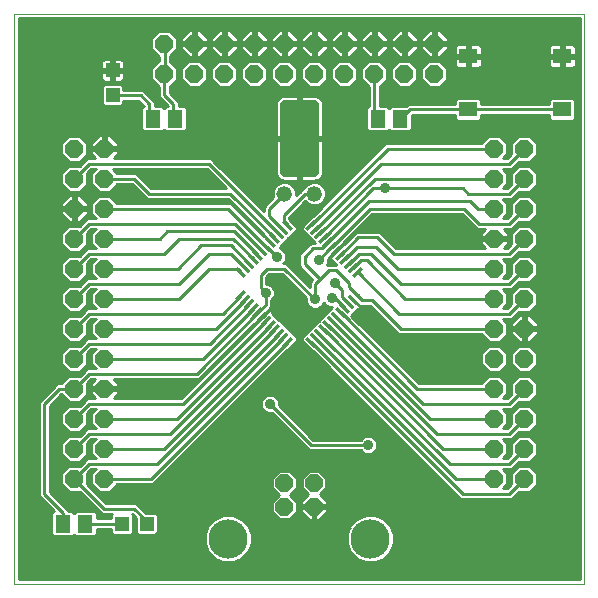
<source format=gtl>
G75*
%MOIN*%
%OFA0B0*%
%FSLAX24Y24*%
%IPPOS*%
%LPD*%
%AMOC8*
5,1,8,0,0,1.08239X$1,22.5*
%
%ADD10C,0.0000*%
%ADD11R,0.0400X0.0120*%
%ADD12R,0.0120X0.0400*%
%ADD13C,0.0520*%
%ADD14C,0.0320*%
%ADD15OC8,0.0600*%
%ADD16OC8,0.0574*%
%ADD17C,0.1306*%
%ADD18R,0.0610X0.0512*%
%ADD19R,0.0512X0.0591*%
%ADD20R,0.0472X0.0472*%
%ADD21C,0.0100*%
%ADD22C,0.0356*%
D10*
X001150Y002646D02*
X001150Y021646D01*
X020150Y021646D01*
X020150Y002646D01*
X001150Y002646D01*
D11*
G36*
X011137Y010519D02*
X010856Y010800D01*
X010941Y010885D01*
X011222Y010604D01*
X011137Y010519D01*
G37*
G36*
X011278Y010660D02*
X010997Y010941D01*
X011082Y011026D01*
X011363Y010745D01*
X011278Y010660D01*
G37*
G36*
X011420Y010801D02*
X011139Y011082D01*
X011224Y011167D01*
X011505Y010886D01*
X011420Y010801D01*
G37*
G36*
X011561Y010943D02*
X011280Y011224D01*
X011365Y011309D01*
X011646Y011028D01*
X011561Y010943D01*
G37*
G36*
X011703Y011084D02*
X011422Y011365D01*
X011507Y011450D01*
X011788Y011169D01*
X011703Y011084D01*
G37*
G36*
X011844Y011226D02*
X011563Y011507D01*
X011648Y011592D01*
X011929Y011311D01*
X011844Y011226D01*
G37*
G36*
X011985Y011367D02*
X011704Y011648D01*
X011789Y011733D01*
X012070Y011452D01*
X011985Y011367D01*
G37*
G36*
X012127Y011508D02*
X011846Y011789D01*
X011931Y011874D01*
X012212Y011593D01*
X012127Y011508D01*
G37*
G36*
X012268Y011650D02*
X011987Y011931D01*
X012072Y012016D01*
X012353Y011735D01*
X012268Y011650D01*
G37*
G36*
X012410Y011791D02*
X012129Y012072D01*
X012214Y012157D01*
X012495Y011876D01*
X012410Y011791D01*
G37*
G36*
X012551Y011933D02*
X012270Y012214D01*
X012355Y012299D01*
X012636Y012018D01*
X012551Y011933D01*
G37*
G36*
X012693Y012074D02*
X012412Y012355D01*
X012497Y012440D01*
X012778Y012159D01*
X012693Y012074D01*
G37*
G36*
X010359Y014408D02*
X010078Y014689D01*
X010163Y014774D01*
X010444Y014493D01*
X010359Y014408D01*
G37*
G36*
X010218Y014266D02*
X009937Y014547D01*
X010022Y014632D01*
X010303Y014351D01*
X010218Y014266D01*
G37*
G36*
X010076Y014125D02*
X009795Y014406D01*
X009880Y014491D01*
X010161Y014210D01*
X010076Y014125D01*
G37*
G36*
X009935Y013983D02*
X009654Y014264D01*
X009739Y014349D01*
X010020Y014068D01*
X009935Y013983D01*
G37*
G36*
X009793Y013842D02*
X009512Y014123D01*
X009597Y014208D01*
X009878Y013927D01*
X009793Y013842D01*
G37*
G36*
X009652Y013700D02*
X009371Y013981D01*
X009456Y014066D01*
X009737Y013785D01*
X009652Y013700D01*
G37*
G36*
X009511Y013559D02*
X009230Y013840D01*
X009315Y013925D01*
X009596Y013644D01*
X009511Y013559D01*
G37*
G36*
X009369Y013418D02*
X009088Y013699D01*
X009173Y013784D01*
X009454Y013503D01*
X009369Y013418D01*
G37*
G36*
X009228Y013276D02*
X008947Y013557D01*
X009032Y013642D01*
X009313Y013361D01*
X009228Y013276D01*
G37*
G36*
X009086Y013135D02*
X008805Y013416D01*
X008890Y013501D01*
X009171Y013220D01*
X009086Y013135D01*
G37*
G36*
X008945Y012993D02*
X008664Y013274D01*
X008749Y013359D01*
X009030Y013078D01*
X008945Y012993D01*
G37*
G36*
X008803Y012852D02*
X008522Y013133D01*
X008607Y013218D01*
X008888Y012937D01*
X008803Y012852D01*
G37*
D12*
G36*
X008607Y012074D02*
X008522Y012159D01*
X008803Y012440D01*
X008888Y012355D01*
X008607Y012074D01*
G37*
G36*
X008749Y011933D02*
X008664Y012018D01*
X008945Y012299D01*
X009030Y012214D01*
X008749Y011933D01*
G37*
G36*
X008890Y011791D02*
X008805Y011876D01*
X009086Y012157D01*
X009171Y012072D01*
X008890Y011791D01*
G37*
G36*
X009032Y011650D02*
X008947Y011735D01*
X009228Y012016D01*
X009313Y011931D01*
X009032Y011650D01*
G37*
G36*
X009173Y011508D02*
X009088Y011593D01*
X009369Y011874D01*
X009454Y011789D01*
X009173Y011508D01*
G37*
G36*
X009315Y011367D02*
X009230Y011452D01*
X009511Y011733D01*
X009596Y011648D01*
X009315Y011367D01*
G37*
G36*
X009456Y011226D02*
X009371Y011311D01*
X009652Y011592D01*
X009737Y011507D01*
X009456Y011226D01*
G37*
G36*
X009597Y011084D02*
X009512Y011169D01*
X009793Y011450D01*
X009878Y011365D01*
X009597Y011084D01*
G37*
G36*
X009739Y010943D02*
X009654Y011028D01*
X009935Y011309D01*
X010020Y011224D01*
X009739Y010943D01*
G37*
G36*
X009880Y010801D02*
X009795Y010886D01*
X010076Y011167D01*
X010161Y011082D01*
X009880Y010801D01*
G37*
G36*
X010022Y010660D02*
X009937Y010745D01*
X010218Y011026D01*
X010303Y010941D01*
X010022Y010660D01*
G37*
G36*
X010163Y010519D02*
X010078Y010604D01*
X010359Y010885D01*
X010444Y010800D01*
X010163Y010519D01*
G37*
G36*
X012355Y012993D02*
X012270Y013078D01*
X012551Y013359D01*
X012636Y013274D01*
X012355Y012993D01*
G37*
G36*
X012497Y012852D02*
X012412Y012937D01*
X012693Y013218D01*
X012778Y013133D01*
X012497Y012852D01*
G37*
G36*
X012214Y013135D02*
X012129Y013220D01*
X012410Y013501D01*
X012495Y013416D01*
X012214Y013135D01*
G37*
G36*
X012072Y013276D02*
X011987Y013361D01*
X012268Y013642D01*
X012353Y013557D01*
X012072Y013276D01*
G37*
G36*
X011931Y013418D02*
X011846Y013503D01*
X012127Y013784D01*
X012212Y013699D01*
X011931Y013418D01*
G37*
G36*
X011789Y013559D02*
X011704Y013644D01*
X011985Y013925D01*
X012070Y013840D01*
X011789Y013559D01*
G37*
G36*
X011648Y013700D02*
X011563Y013785D01*
X011844Y014066D01*
X011929Y013981D01*
X011648Y013700D01*
G37*
G36*
X011507Y013842D02*
X011422Y013927D01*
X011703Y014208D01*
X011788Y014123D01*
X011507Y013842D01*
G37*
G36*
X011365Y013983D02*
X011280Y014068D01*
X011561Y014349D01*
X011646Y014264D01*
X011365Y013983D01*
G37*
G36*
X011224Y014125D02*
X011139Y014210D01*
X011420Y014491D01*
X011505Y014406D01*
X011224Y014125D01*
G37*
G36*
X011082Y014266D02*
X010997Y014351D01*
X011278Y014632D01*
X011363Y014547D01*
X011082Y014266D01*
G37*
G36*
X010941Y014408D02*
X010856Y014493D01*
X011137Y014774D01*
X011222Y014689D01*
X010941Y014408D01*
G37*
D13*
X011150Y015646D03*
X010150Y015646D03*
D14*
X011130Y016386D02*
X011130Y018606D01*
X011130Y016386D02*
X010170Y016386D01*
X010170Y018606D01*
X011130Y018606D01*
X011130Y016705D02*
X010170Y016705D01*
X010170Y017024D02*
X011130Y017024D01*
X011130Y017343D02*
X010170Y017343D01*
X010170Y017662D02*
X011130Y017662D01*
X011130Y017981D02*
X010170Y017981D01*
X010170Y018300D02*
X011130Y018300D01*
D15*
X011150Y019646D03*
X011150Y020646D03*
X010150Y020646D03*
X010150Y019646D03*
X009150Y019646D03*
X008150Y019646D03*
X008150Y020646D03*
X009150Y020646D03*
X007150Y020646D03*
X007150Y019646D03*
X006150Y019646D03*
X006150Y020646D03*
X004150Y017146D03*
X004150Y016146D03*
X004150Y015146D03*
X004150Y014146D03*
X004150Y013146D03*
X004150Y012146D03*
X004150Y011146D03*
X004150Y010146D03*
X004150Y009146D03*
X004150Y008146D03*
X004150Y007146D03*
X004150Y006146D03*
X003150Y006146D03*
X003150Y007146D03*
X003150Y008146D03*
X003150Y009146D03*
X003150Y010146D03*
X003150Y011146D03*
X003150Y012146D03*
X003150Y013146D03*
X003150Y014146D03*
X003150Y015146D03*
X003150Y016146D03*
X003150Y017146D03*
X012150Y019646D03*
X013150Y019646D03*
X013150Y020646D03*
X012150Y020646D03*
X014150Y020646D03*
X014150Y019646D03*
X015150Y019646D03*
X015150Y020646D03*
X017150Y017146D03*
X017150Y016146D03*
X017150Y015146D03*
X017150Y014146D03*
X017150Y013146D03*
X017150Y012146D03*
X017150Y011146D03*
X017150Y010146D03*
X017150Y009146D03*
X017150Y008146D03*
X017150Y007146D03*
X017150Y006146D03*
X018150Y006146D03*
X018150Y007146D03*
X018150Y008146D03*
X018150Y009146D03*
X018150Y010146D03*
X018150Y011146D03*
X018150Y012146D03*
X018150Y013146D03*
X018150Y014146D03*
X018150Y015146D03*
X018150Y016146D03*
X018150Y017146D03*
D16*
X011142Y006000D03*
X011142Y005213D03*
X010158Y005213D03*
X010158Y006000D03*
D17*
X008280Y004146D03*
X013020Y004146D03*
D18*
X016285Y018460D03*
X016285Y020232D03*
X019415Y020232D03*
X019415Y018460D03*
D19*
X014024Y018146D03*
X013276Y018146D03*
X006524Y018146D03*
X005776Y018146D03*
X003524Y004646D03*
X002776Y004646D03*
D20*
X004737Y004646D03*
X005563Y004646D03*
X004425Y018933D03*
X004425Y019759D03*
D21*
X004475Y019785D02*
X005721Y019785D01*
X005721Y019824D02*
X005721Y019468D01*
X005971Y019218D01*
X005971Y018872D01*
X006076Y018767D01*
X006271Y018572D01*
X006271Y018570D01*
X006215Y018570D01*
X006150Y018505D01*
X006085Y018570D01*
X005829Y018570D01*
X005829Y018720D01*
X005542Y019007D01*
X005437Y019111D01*
X004790Y019111D01*
X004790Y019222D01*
X004715Y019298D01*
X004135Y019298D01*
X004060Y019222D01*
X004060Y018643D01*
X004135Y018568D01*
X004715Y018568D01*
X004790Y018643D01*
X004790Y018754D01*
X005289Y018754D01*
X005471Y018572D01*
X005471Y018570D01*
X005467Y018570D01*
X005391Y018495D01*
X005391Y017797D01*
X005467Y017722D01*
X006085Y017722D01*
X006150Y017787D01*
X006215Y017722D01*
X006833Y017722D01*
X006909Y017797D01*
X006909Y018495D01*
X006833Y018570D01*
X006629Y018570D01*
X006629Y018720D01*
X006329Y019020D01*
X006329Y019218D01*
X006579Y019468D01*
X006579Y019824D01*
X006348Y020054D01*
X006348Y020238D01*
X006579Y020468D01*
X006579Y020824D01*
X006328Y021075D01*
X005972Y021075D01*
X005721Y020824D01*
X005721Y020468D01*
X005972Y020217D01*
X005991Y020217D01*
X005991Y020075D01*
X005972Y020075D01*
X005721Y019824D01*
X005781Y019884D02*
X004811Y019884D01*
X004811Y019809D02*
X004811Y020015D01*
X004801Y020054D01*
X004781Y020088D01*
X004753Y020116D01*
X004719Y020135D01*
X004681Y020146D01*
X004475Y020146D01*
X004475Y019809D01*
X004811Y019809D01*
X004811Y019709D02*
X004475Y019709D01*
X004475Y019373D01*
X004681Y019373D01*
X004719Y019383D01*
X004753Y019403D01*
X004781Y019431D01*
X004801Y019465D01*
X004811Y019503D01*
X004811Y019709D01*
X004811Y019687D02*
X005721Y019687D01*
X005721Y019588D02*
X004811Y019588D01*
X004808Y019490D02*
X005721Y019490D01*
X005799Y019391D02*
X004732Y019391D01*
X004720Y019293D02*
X005897Y019293D01*
X005971Y019194D02*
X004790Y019194D01*
X004475Y019391D02*
X004375Y019391D01*
X004375Y019373D02*
X004169Y019373D01*
X004131Y019383D01*
X004097Y019403D01*
X004069Y019431D01*
X004049Y019465D01*
X004039Y019503D01*
X004039Y019709D01*
X004375Y019709D01*
X004475Y019709D01*
X004475Y019809D01*
X004375Y019809D01*
X004375Y019709D01*
X004375Y019373D01*
X004375Y019490D02*
X004475Y019490D01*
X004475Y019588D02*
X004375Y019588D01*
X004375Y019687D02*
X004475Y019687D01*
X004375Y019785D02*
X001300Y019785D01*
X001300Y019687D02*
X004039Y019687D01*
X004039Y019588D02*
X001300Y019588D01*
X001300Y019490D02*
X004042Y019490D01*
X004118Y019391D02*
X001300Y019391D01*
X001300Y019293D02*
X004130Y019293D01*
X004060Y019194D02*
X001300Y019194D01*
X001300Y019096D02*
X004060Y019096D01*
X004060Y018997D02*
X001300Y018997D01*
X001300Y018899D02*
X004060Y018899D01*
X004060Y018800D02*
X001300Y018800D01*
X001300Y018702D02*
X004060Y018702D01*
X004100Y018603D02*
X001300Y018603D01*
X001300Y018505D02*
X005401Y018505D01*
X005391Y018406D02*
X001300Y018406D01*
X001300Y018308D02*
X005391Y018308D01*
X005391Y018209D02*
X001300Y018209D01*
X001300Y018111D02*
X005391Y018111D01*
X005391Y018012D02*
X001300Y018012D01*
X001300Y017914D02*
X005391Y017914D01*
X005391Y017815D02*
X001300Y017815D01*
X001300Y017717D02*
X009860Y017717D01*
X009860Y017815D02*
X006909Y017815D01*
X006909Y017914D02*
X009860Y017914D01*
X009860Y018012D02*
X006909Y018012D01*
X006909Y018111D02*
X009860Y018111D01*
X009860Y018209D02*
X006909Y018209D01*
X006909Y018308D02*
X009860Y018308D01*
X009860Y018406D02*
X006909Y018406D01*
X006899Y018505D02*
X009860Y018505D01*
X009860Y018603D02*
X006629Y018603D01*
X006629Y018702D02*
X009874Y018702D01*
X009872Y018696D02*
X009860Y018637D01*
X009860Y017546D01*
X010600Y017546D01*
X010600Y017446D01*
X010700Y017446D01*
X010700Y016076D01*
X011161Y016076D01*
X011220Y016088D01*
X011277Y016111D01*
X011328Y016145D01*
X011371Y016188D01*
X011405Y016239D01*
X011428Y016296D01*
X011440Y016356D01*
X011440Y017446D01*
X010700Y017446D01*
X010700Y017546D01*
X011440Y017546D01*
X011440Y018637D01*
X011428Y018696D01*
X011405Y018753D01*
X011371Y018804D01*
X011328Y018847D01*
X011277Y018881D01*
X011220Y018904D01*
X011161Y018916D01*
X010700Y018916D01*
X010700Y017546D01*
X010600Y017546D01*
X010600Y018916D01*
X010139Y018916D01*
X010080Y018904D01*
X010023Y018881D01*
X009972Y018847D01*
X009929Y018804D01*
X009895Y018753D01*
X009872Y018696D01*
X009927Y018800D02*
X006549Y018800D01*
X006450Y018899D02*
X010066Y018899D01*
X009972Y019217D02*
X010328Y019217D01*
X010579Y019468D01*
X010579Y019824D01*
X010328Y020075D01*
X009972Y020075D01*
X009721Y019824D01*
X009721Y019468D01*
X009972Y019217D01*
X009897Y019293D02*
X009403Y019293D01*
X009328Y019217D02*
X009579Y019468D01*
X009579Y019824D01*
X009328Y020075D01*
X008972Y020075D01*
X008721Y019824D01*
X008721Y019468D01*
X008972Y019217D01*
X009328Y019217D01*
X009501Y019391D02*
X009799Y019391D01*
X009721Y019490D02*
X009579Y019490D01*
X009579Y019588D02*
X009721Y019588D01*
X009721Y019687D02*
X009579Y019687D01*
X009579Y019785D02*
X009721Y019785D01*
X009781Y019884D02*
X009519Y019884D01*
X009420Y019982D02*
X009880Y019982D01*
X009964Y020196D02*
X010100Y020196D01*
X010100Y020596D01*
X010200Y020596D01*
X010200Y020196D01*
X010336Y020196D01*
X010600Y020460D01*
X010600Y020596D01*
X010200Y020596D01*
X010200Y020696D01*
X010600Y020696D01*
X010600Y020832D01*
X010336Y021096D01*
X010200Y021096D01*
X010200Y020696D01*
X010100Y020696D01*
X010100Y020596D01*
X009700Y020596D01*
X009700Y020460D01*
X009964Y020196D01*
X009882Y020278D02*
X009418Y020278D01*
X009336Y020196D02*
X009600Y020460D01*
X009600Y020596D01*
X009200Y020596D01*
X009200Y020196D01*
X009336Y020196D01*
X009200Y020278D02*
X009100Y020278D01*
X009100Y020196D02*
X009100Y020596D01*
X009200Y020596D01*
X009200Y020696D01*
X009600Y020696D01*
X009600Y020832D01*
X009336Y021096D01*
X009200Y021096D01*
X009200Y020696D01*
X009100Y020696D01*
X009100Y020596D01*
X008700Y020596D01*
X008700Y020460D01*
X008964Y020196D01*
X009100Y020196D01*
X009100Y020376D02*
X009200Y020376D01*
X009200Y020475D02*
X009100Y020475D01*
X009100Y020573D02*
X009200Y020573D01*
X009200Y020672D02*
X010100Y020672D01*
X010100Y020696D02*
X009700Y020696D01*
X009700Y020832D01*
X009964Y021096D01*
X010100Y021096D01*
X010100Y020696D01*
X010100Y020770D02*
X010200Y020770D01*
X010200Y020672D02*
X011100Y020672D01*
X011100Y020696D02*
X011100Y020596D01*
X011200Y020596D01*
X011200Y020196D01*
X011336Y020196D01*
X011600Y020460D01*
X011600Y020596D01*
X011200Y020596D01*
X011200Y020696D01*
X011600Y020696D01*
X011600Y020832D01*
X011336Y021096D01*
X011200Y021096D01*
X011200Y020696D01*
X011100Y020696D01*
X010700Y020696D01*
X010700Y020832D01*
X010964Y021096D01*
X011100Y021096D01*
X011100Y020696D01*
X011100Y020770D02*
X011200Y020770D01*
X011200Y020672D02*
X012100Y020672D01*
X012100Y020696D02*
X012100Y020596D01*
X012200Y020596D01*
X012200Y020196D01*
X012336Y020196D01*
X012600Y020460D01*
X012600Y020596D01*
X012200Y020596D01*
X012200Y020696D01*
X012600Y020696D01*
X012600Y020832D01*
X012336Y021096D01*
X012200Y021096D01*
X012200Y020696D01*
X012100Y020696D01*
X011700Y020696D01*
X011700Y020832D01*
X011964Y021096D01*
X012100Y021096D01*
X012100Y020696D01*
X012100Y020770D02*
X012200Y020770D01*
X012200Y020672D02*
X013100Y020672D01*
X013100Y020696D02*
X013100Y020596D01*
X013200Y020596D01*
X013200Y020196D01*
X013336Y020196D01*
X013600Y020460D01*
X013600Y020596D01*
X013200Y020596D01*
X013200Y020696D01*
X013600Y020696D01*
X013600Y020832D01*
X013336Y021096D01*
X013200Y021096D01*
X013200Y020696D01*
X013100Y020696D01*
X012700Y020696D01*
X012700Y020832D01*
X012964Y021096D01*
X013100Y021096D01*
X013100Y020696D01*
X013100Y020770D02*
X013200Y020770D01*
X013200Y020672D02*
X014100Y020672D01*
X014100Y020696D02*
X014100Y020596D01*
X014200Y020596D01*
X014200Y020196D01*
X014336Y020196D01*
X014600Y020460D01*
X014600Y020596D01*
X014200Y020596D01*
X014200Y020696D01*
X014600Y020696D01*
X014600Y020832D01*
X014336Y021096D01*
X014200Y021096D01*
X014200Y020696D01*
X014100Y020696D01*
X013700Y020696D01*
X013700Y020832D01*
X013964Y021096D01*
X014100Y021096D01*
X014100Y020696D01*
X014100Y020770D02*
X014200Y020770D01*
X014200Y020672D02*
X015100Y020672D01*
X015100Y020696D02*
X015100Y020596D01*
X015200Y020596D01*
X015200Y020196D01*
X015336Y020196D01*
X015600Y020460D01*
X015600Y020596D01*
X015200Y020596D01*
X015200Y020696D01*
X015600Y020696D01*
X015600Y020832D01*
X015336Y021096D01*
X015200Y021096D01*
X015200Y020696D01*
X015100Y020696D01*
X014700Y020696D01*
X014700Y020832D01*
X014964Y021096D01*
X015100Y021096D01*
X015100Y020696D01*
X015100Y020770D02*
X015200Y020770D01*
X015200Y020672D02*
X020000Y020672D01*
X020000Y020770D02*
X015600Y020770D01*
X015564Y020869D02*
X020000Y020869D01*
X020000Y020967D02*
X015465Y020967D01*
X015367Y021066D02*
X020000Y021066D01*
X020000Y021164D02*
X001300Y021164D01*
X001300Y021066D02*
X005963Y021066D01*
X005865Y020967D02*
X001300Y020967D01*
X001300Y020869D02*
X005766Y020869D01*
X005721Y020770D02*
X001300Y020770D01*
X001300Y020672D02*
X005721Y020672D01*
X005721Y020573D02*
X001300Y020573D01*
X001300Y020475D02*
X005721Y020475D01*
X005814Y020376D02*
X001300Y020376D01*
X001300Y020278D02*
X005912Y020278D01*
X005991Y020179D02*
X001300Y020179D01*
X001300Y020081D02*
X004065Y020081D01*
X004069Y020088D02*
X004049Y020054D01*
X004039Y020015D01*
X004039Y019809D01*
X004375Y019809D01*
X004375Y020146D01*
X004169Y020146D01*
X004131Y020135D01*
X004097Y020116D01*
X004069Y020088D01*
X004039Y019982D02*
X001300Y019982D01*
X001300Y019884D02*
X004039Y019884D01*
X004375Y019884D02*
X004475Y019884D01*
X004475Y019982D02*
X004375Y019982D01*
X004375Y020081D02*
X004475Y020081D01*
X004785Y020081D02*
X005991Y020081D01*
X005880Y019982D02*
X004811Y019982D01*
X005453Y019096D02*
X005971Y019096D01*
X005971Y018997D02*
X005552Y018997D01*
X005650Y018899D02*
X005971Y018899D01*
X006043Y018800D02*
X005749Y018800D01*
X005829Y018702D02*
X006142Y018702D01*
X006240Y018603D02*
X005829Y018603D01*
X005650Y018646D02*
X005650Y018272D01*
X005776Y018146D01*
X005650Y018646D02*
X005363Y018933D01*
X004425Y018933D01*
X004790Y018702D02*
X005342Y018702D01*
X005440Y018603D02*
X004750Y018603D01*
X004336Y017596D02*
X004200Y017596D01*
X004200Y017196D01*
X004600Y017196D01*
X004600Y017332D01*
X004336Y017596D01*
X004413Y017520D02*
X010600Y017520D01*
X010600Y017446D02*
X009860Y017446D01*
X009860Y016356D01*
X009872Y016296D01*
X009895Y016239D01*
X009929Y016188D01*
X009972Y016145D01*
X010023Y016111D01*
X010080Y016088D01*
X010139Y016076D01*
X010600Y016076D01*
X010600Y017446D01*
X010600Y017421D02*
X010700Y017421D01*
X010700Y017323D02*
X010600Y017323D01*
X010600Y017224D02*
X010700Y017224D01*
X010700Y017126D02*
X010600Y017126D01*
X010600Y017027D02*
X010700Y017027D01*
X010700Y016929D02*
X010600Y016929D01*
X010600Y016830D02*
X010700Y016830D01*
X010700Y016732D02*
X010600Y016732D01*
X010600Y016633D02*
X010700Y016633D01*
X010700Y016535D02*
X010600Y016535D01*
X010600Y016436D02*
X010700Y016436D01*
X010700Y016338D02*
X010600Y016338D01*
X010600Y016239D02*
X010700Y016239D01*
X010700Y016141D02*
X010600Y016141D01*
X010402Y015944D02*
X010898Y015944D01*
X010930Y015976D02*
X010820Y015866D01*
X010803Y015825D01*
X010776Y015825D01*
X010671Y015720D01*
X010539Y015588D01*
X010539Y015723D01*
X010480Y015866D01*
X010370Y015976D01*
X010227Y016035D01*
X010073Y016035D01*
X009930Y015976D01*
X009820Y015866D01*
X009761Y015723D01*
X009761Y015569D01*
X009778Y015527D01*
X009471Y015220D01*
X009471Y015068D01*
X007819Y016720D01*
X007714Y016825D01*
X004465Y016825D01*
X004600Y016960D01*
X004600Y017096D01*
X004200Y017096D01*
X004200Y017196D01*
X004100Y017196D01*
X004100Y017096D01*
X003700Y017096D01*
X003700Y016960D01*
X003835Y016825D01*
X003576Y016825D01*
X003326Y016575D01*
X002972Y016575D01*
X002721Y016324D01*
X002721Y015968D01*
X002972Y015717D01*
X003328Y015717D01*
X003579Y015968D01*
X003579Y016322D01*
X003724Y016467D01*
X003865Y016467D01*
X003721Y016324D01*
X003721Y015968D01*
X003972Y015717D01*
X004328Y015717D01*
X004578Y015967D01*
X005076Y015967D01*
X005576Y015467D01*
X008283Y015467D01*
X009463Y014287D01*
X009448Y014272D01*
X009433Y014257D01*
X008365Y015325D01*
X004578Y015325D01*
X004328Y015575D01*
X003972Y015575D01*
X003721Y015324D01*
X003721Y014968D01*
X003865Y014825D01*
X003576Y014825D01*
X003326Y014575D01*
X002972Y014575D01*
X002721Y014324D01*
X002721Y013968D01*
X002972Y013717D01*
X003328Y013717D01*
X003579Y013968D01*
X003579Y014322D01*
X003724Y014467D01*
X003865Y014467D01*
X003721Y014324D01*
X003721Y013968D01*
X003865Y013825D01*
X003576Y013825D01*
X003326Y013575D01*
X002972Y013575D01*
X002721Y013324D01*
X002721Y012968D01*
X002972Y012717D01*
X003328Y012717D01*
X003579Y012968D01*
X003579Y013322D01*
X003724Y013467D01*
X003865Y013467D01*
X003721Y013324D01*
X003721Y012968D01*
X003865Y012825D01*
X003576Y012825D01*
X003326Y012575D01*
X002972Y012575D01*
X002721Y012324D01*
X002721Y011968D01*
X002972Y011717D01*
X003328Y011717D01*
X003579Y011968D01*
X003579Y012322D01*
X003724Y012467D01*
X003865Y012467D01*
X003721Y012324D01*
X003721Y011968D01*
X003865Y011825D01*
X003576Y011825D01*
X003471Y011720D01*
X003326Y011575D01*
X002972Y011575D01*
X002721Y011324D01*
X002721Y010968D01*
X002972Y010717D01*
X003328Y010717D01*
X003579Y010968D01*
X003579Y011322D01*
X003724Y011467D01*
X003865Y011467D01*
X003721Y011324D01*
X003721Y010968D01*
X003865Y010825D01*
X003576Y010825D01*
X003471Y010720D01*
X003326Y010575D01*
X002972Y010575D01*
X002721Y010324D01*
X002721Y009968D01*
X002972Y009717D01*
X003328Y009717D01*
X003579Y009968D01*
X003579Y010322D01*
X003724Y010467D01*
X003865Y010467D01*
X003721Y010324D01*
X003721Y009968D01*
X003865Y009825D01*
X003576Y009825D01*
X003471Y009720D01*
X003326Y009575D01*
X002972Y009575D01*
X002722Y009325D01*
X002576Y009325D01*
X002471Y009220D01*
X001971Y008720D01*
X001971Y005572D01*
X002076Y005467D01*
X002473Y005070D01*
X002467Y005070D01*
X002391Y004995D01*
X002391Y004297D01*
X002467Y004222D01*
X003085Y004222D01*
X003150Y004287D01*
X003215Y004222D01*
X003833Y004222D01*
X003909Y004297D01*
X003909Y004467D01*
X004372Y004467D01*
X004372Y004357D01*
X004447Y004281D01*
X005026Y004281D01*
X005102Y004357D01*
X005102Y004936D01*
X005070Y004967D01*
X005076Y004967D01*
X005198Y004845D01*
X005198Y004357D01*
X005274Y004281D01*
X005853Y004281D01*
X005928Y004357D01*
X005928Y004936D01*
X005853Y005011D01*
X005538Y005011D01*
X005329Y005220D01*
X005224Y005325D01*
X004224Y005325D01*
X003579Y005970D01*
X003579Y006322D01*
X003724Y006467D01*
X003865Y006467D01*
X003721Y006324D01*
X003721Y005968D01*
X003972Y005717D01*
X004328Y005717D01*
X004578Y005967D01*
X005780Y005967D01*
X010201Y010389D01*
X010215Y010389D01*
X010574Y010747D01*
X010574Y010854D01*
X010432Y010995D01*
X010432Y010995D01*
X010272Y011156D01*
X010131Y011297D01*
X009989Y011438D01*
X009848Y011580D01*
X009742Y011686D01*
X009736Y011707D01*
X009716Y011741D01*
X009660Y011798D01*
X009645Y011813D01*
X009704Y011872D01*
X009704Y012091D01*
X009785Y012172D01*
X009832Y012285D01*
X009832Y012407D01*
X009785Y012520D01*
X009699Y012606D01*
X009586Y012653D01*
X009554Y012653D01*
X009554Y012872D01*
X009649Y012967D01*
X010076Y012967D01*
X010868Y012175D01*
X010868Y012060D01*
X010915Y011947D01*
X011001Y011861D01*
X011114Y011814D01*
X011236Y011814D01*
X011349Y011861D01*
X011435Y011947D01*
X011460Y012008D01*
X011465Y011997D01*
X011551Y011911D01*
X011664Y011864D01*
X011737Y011864D01*
X011716Y011844D01*
X011575Y011702D01*
X011433Y011561D01*
X011292Y011420D01*
X011151Y011278D01*
X011009Y011137D01*
X011009Y011137D01*
X010868Y010995D01*
X010726Y010854D01*
X010726Y010747D01*
X011085Y010389D01*
X011099Y010389D01*
X016020Y005467D01*
X017724Y005467D01*
X017829Y005572D01*
X017974Y005717D01*
X018328Y005717D01*
X018579Y005968D01*
X018579Y006324D01*
X018328Y006575D01*
X017972Y006575D01*
X017721Y006324D01*
X017721Y005970D01*
X017576Y005825D01*
X017435Y005825D01*
X017579Y005968D01*
X017579Y006324D01*
X017435Y006467D01*
X017724Y006467D01*
X017829Y006572D01*
X017974Y006717D01*
X018328Y006717D01*
X018579Y006968D01*
X018579Y007324D01*
X018328Y007575D01*
X017972Y007575D01*
X017721Y007324D01*
X017721Y006970D01*
X017576Y006825D01*
X017435Y006825D01*
X017579Y006968D01*
X017579Y007324D01*
X017435Y007467D01*
X017724Y007467D01*
X017829Y007572D01*
X017974Y007717D01*
X018328Y007717D01*
X018579Y007968D01*
X018579Y008324D01*
X018328Y008575D01*
X017972Y008575D01*
X017721Y008324D01*
X017721Y007970D01*
X017576Y007825D01*
X017435Y007825D01*
X017579Y007968D01*
X017579Y008324D01*
X017435Y008467D01*
X017724Y008467D01*
X017829Y008572D01*
X017974Y008717D01*
X018328Y008717D01*
X018579Y008968D01*
X018579Y009324D01*
X018328Y009575D01*
X017972Y009575D01*
X017721Y009324D01*
X017721Y008970D01*
X017576Y008825D01*
X017435Y008825D01*
X017579Y008968D01*
X017579Y009324D01*
X017328Y009575D01*
X016972Y009575D01*
X016722Y009325D01*
X014648Y009325D01*
X012388Y011585D01*
X012464Y011662D01*
X012589Y011786D01*
X012610Y011792D01*
X012644Y011812D01*
X012701Y011868D01*
X012750Y011917D01*
X013001Y011917D01*
X013846Y011072D01*
X013951Y010967D01*
X016722Y010967D01*
X016972Y010717D01*
X017328Y010717D01*
X017579Y010968D01*
X017579Y011324D01*
X017435Y011467D01*
X017724Y011467D01*
X017829Y011572D01*
X017974Y011717D01*
X018328Y011717D01*
X018579Y011968D01*
X018579Y012324D01*
X018328Y012575D01*
X017972Y012575D01*
X017721Y012324D01*
X017721Y011970D01*
X017576Y011825D01*
X017435Y011825D01*
X017579Y011968D01*
X017579Y012324D01*
X017435Y012467D01*
X017724Y012467D01*
X017829Y012572D01*
X017974Y012717D01*
X018328Y012717D01*
X018579Y012968D01*
X018579Y013324D01*
X018328Y013575D01*
X017972Y013575D01*
X017721Y013324D01*
X017721Y012970D01*
X017576Y012825D01*
X017435Y012825D01*
X017579Y012968D01*
X017579Y013324D01*
X017435Y013467D01*
X017724Y013467D01*
X017829Y013572D01*
X017974Y013717D01*
X018328Y013717D01*
X018579Y013968D01*
X018579Y014324D01*
X018328Y014575D01*
X017972Y014575D01*
X017721Y014324D01*
X017721Y013970D01*
X017576Y013825D01*
X017465Y013825D01*
X017600Y013960D01*
X017600Y014096D01*
X017200Y014096D01*
X017200Y014196D01*
X017600Y014196D01*
X017600Y014332D01*
X017465Y014467D01*
X017724Y014467D01*
X017829Y014572D01*
X017829Y014572D01*
X017974Y014717D01*
X018328Y014717D01*
X018579Y014968D01*
X018579Y015324D01*
X018328Y015575D01*
X017972Y015575D01*
X017721Y015324D01*
X017721Y014970D01*
X017576Y014825D01*
X017435Y014825D01*
X017579Y014968D01*
X017579Y015324D01*
X017435Y015467D01*
X017724Y015467D01*
X017829Y015572D01*
X017974Y015717D01*
X018328Y015717D01*
X018579Y015968D01*
X018579Y016324D01*
X018328Y016575D01*
X017972Y016575D01*
X017721Y016324D01*
X017721Y015970D01*
X017576Y015825D01*
X017435Y015825D01*
X017579Y015968D01*
X017579Y016324D01*
X017435Y016467D01*
X017724Y016467D01*
X017829Y016572D01*
X017974Y016717D01*
X018328Y016717D01*
X018579Y016968D01*
X018579Y017324D01*
X018328Y017575D01*
X017972Y017575D01*
X017721Y017324D01*
X017721Y016970D01*
X017576Y016825D01*
X017435Y016825D01*
X017579Y016968D01*
X017579Y017324D01*
X017328Y017575D01*
X016972Y017575D01*
X016722Y017325D01*
X013520Y017325D01*
X011099Y014903D01*
X011085Y014903D01*
X010726Y014545D01*
X010726Y014438D01*
X010868Y014297D01*
X010868Y014297D01*
X011028Y014137D01*
X011165Y014000D01*
X011026Y014000D01*
X010751Y013725D01*
X010646Y013620D01*
X010646Y013222D01*
X011085Y012784D01*
X010996Y012695D01*
X010996Y012553D01*
X010329Y013220D01*
X010224Y013325D01*
X010113Y013325D01*
X010160Y013372D01*
X010207Y013485D01*
X010207Y013607D01*
X010160Y013720D01*
X010074Y013806D01*
X010001Y013836D01*
X010019Y013868D01*
X010025Y013889D01*
X010149Y014014D01*
X010291Y014155D01*
X010432Y014297D01*
X010574Y014438D01*
X010574Y014545D01*
X010304Y014815D01*
X010304Y014847D01*
X010852Y015395D01*
X010930Y015317D01*
X011073Y015257D01*
X011227Y015257D01*
X011370Y015317D01*
X011480Y015426D01*
X011539Y015569D01*
X011539Y015723D01*
X011480Y015866D01*
X011370Y015976D01*
X011227Y016035D01*
X011073Y016035D01*
X010930Y015976D01*
X010812Y015845D02*
X010488Y015845D01*
X010529Y015747D02*
X010698Y015747D01*
X010599Y015648D02*
X010539Y015648D01*
X010850Y015646D02*
X011150Y015646D01*
X011406Y015353D02*
X011548Y015353D01*
X011490Y015451D02*
X011647Y015451D01*
X011745Y015550D02*
X011531Y015550D01*
X011539Y015648D02*
X011844Y015648D01*
X011942Y015747D02*
X011529Y015747D01*
X011488Y015845D02*
X012041Y015845D01*
X012139Y015944D02*
X011402Y015944D01*
X011321Y016141D02*
X012336Y016141D01*
X012435Y016239D02*
X011405Y016239D01*
X011436Y016338D02*
X012533Y016338D01*
X012632Y016436D02*
X011440Y016436D01*
X011440Y016535D02*
X012730Y016535D01*
X012829Y016633D02*
X011440Y016633D01*
X011440Y016732D02*
X012927Y016732D01*
X013026Y016830D02*
X011440Y016830D01*
X011440Y016929D02*
X013124Y016929D01*
X013223Y017027D02*
X011440Y017027D01*
X011440Y017126D02*
X013321Y017126D01*
X013420Y017224D02*
X011440Y017224D01*
X011440Y017323D02*
X013518Y017323D01*
X013594Y017146D02*
X011039Y014591D01*
X010943Y014762D02*
X010357Y014762D01*
X010317Y014860D02*
X011041Y014860D01*
X011154Y014959D02*
X010415Y014959D01*
X010514Y015057D02*
X011253Y015057D01*
X011351Y015156D02*
X010612Y015156D01*
X010711Y015254D02*
X011450Y015254D01*
X010894Y015353D02*
X010809Y015353D01*
X010850Y015646D02*
X010125Y014921D01*
X010125Y014727D01*
X010261Y014591D01*
X010120Y014449D02*
X009650Y014919D01*
X009650Y015146D01*
X010150Y015646D01*
X009898Y015944D02*
X008595Y015944D01*
X008497Y016042D02*
X012238Y016042D01*
X012976Y015396D02*
X011605Y014025D01*
X011604Y014025D01*
X011400Y013821D01*
X011100Y013821D01*
X010825Y013546D01*
X010825Y013296D01*
X011325Y012796D01*
X011350Y012796D01*
X011175Y012621D01*
X011175Y012121D01*
X010150Y013146D01*
X009575Y013146D01*
X009375Y012946D01*
X009375Y012496D01*
X009525Y012346D01*
X009525Y011946D01*
X009271Y011692D01*
X007225Y009646D01*
X003650Y009646D01*
X003150Y009146D01*
X002650Y009146D01*
X002150Y008646D01*
X002150Y005646D01*
X002776Y005020D01*
X002776Y004646D01*
X003145Y005010D02*
X003155Y005010D01*
X003150Y005005D02*
X003085Y005070D01*
X002955Y005070D01*
X002955Y005094D01*
X002329Y005720D01*
X002329Y008572D01*
X002723Y008967D01*
X002972Y008717D01*
X003328Y008717D01*
X003579Y008968D01*
X003579Y009322D01*
X003724Y009467D01*
X003835Y009467D01*
X003700Y009332D01*
X003700Y009196D01*
X004100Y009196D01*
X004100Y009096D01*
X003700Y009096D01*
X003700Y008960D01*
X003835Y008825D01*
X003576Y008825D01*
X003471Y008720D01*
X003326Y008575D01*
X002972Y008575D01*
X002721Y008324D01*
X002721Y007968D01*
X002972Y007717D01*
X003328Y007717D01*
X003579Y007968D01*
X003579Y008322D01*
X003724Y008467D01*
X003865Y008467D01*
X003721Y008324D01*
X003721Y007968D01*
X003865Y007825D01*
X003576Y007825D01*
X003471Y007720D01*
X003326Y007575D01*
X002972Y007575D01*
X002721Y007324D01*
X002721Y006968D01*
X002972Y006717D01*
X003328Y006717D01*
X003579Y006968D01*
X003579Y007322D01*
X003724Y007467D01*
X003865Y007467D01*
X003721Y007324D01*
X003721Y006968D01*
X003865Y006825D01*
X003576Y006825D01*
X003471Y006720D01*
X003326Y006575D01*
X002972Y006575D01*
X002721Y006324D01*
X002721Y005968D01*
X002972Y005717D01*
X003326Y005717D01*
X004076Y004967D01*
X004403Y004967D01*
X004372Y004936D01*
X004372Y004825D01*
X003909Y004825D01*
X003909Y004995D01*
X003833Y005070D01*
X003215Y005070D01*
X003150Y005005D01*
X002940Y005109D02*
X003935Y005109D01*
X003893Y005010D02*
X004033Y005010D01*
X003909Y004912D02*
X004372Y004912D01*
X004150Y005146D02*
X003150Y006146D01*
X003650Y006646D01*
X005923Y006646D01*
X010120Y010843D01*
X010261Y010702D02*
X005706Y006146D01*
X004150Y006146D01*
X003892Y005798D02*
X003751Y005798D01*
X003793Y005897D02*
X003652Y005897D01*
X003721Y005995D02*
X003579Y005995D01*
X003579Y006094D02*
X003721Y006094D01*
X003721Y006192D02*
X003579Y006192D01*
X003579Y006291D02*
X003721Y006291D01*
X003787Y006389D02*
X003646Y006389D01*
X003436Y006685D02*
X002329Y006685D01*
X002329Y006783D02*
X002907Y006783D01*
X002808Y006882D02*
X002329Y006882D01*
X002329Y006980D02*
X002721Y006980D01*
X002721Y007079D02*
X002329Y007079D01*
X002329Y007177D02*
X002721Y007177D01*
X002721Y007276D02*
X002329Y007276D01*
X002329Y007374D02*
X002772Y007374D01*
X002870Y007473D02*
X002329Y007473D01*
X002329Y007571D02*
X002969Y007571D01*
X002922Y007768D02*
X002329Y007768D01*
X002329Y007670D02*
X003421Y007670D01*
X003378Y007768D02*
X003519Y007768D01*
X003477Y007867D02*
X003823Y007867D01*
X003725Y007965D02*
X003575Y007965D01*
X003579Y008064D02*
X003721Y008064D01*
X003721Y008162D02*
X003579Y008162D01*
X003579Y008261D02*
X003721Y008261D01*
X003757Y008359D02*
X003616Y008359D01*
X003714Y008458D02*
X003855Y008458D01*
X003650Y008646D02*
X006791Y008646D01*
X009554Y011409D01*
X009429Y011550D02*
X010000Y012121D01*
X010000Y012596D01*
X009825Y012771D01*
X009710Y012595D02*
X010449Y012595D01*
X010350Y012693D02*
X009554Y012693D01*
X009554Y012792D02*
X010252Y012792D01*
X010153Y012890D02*
X009572Y012890D01*
X009795Y012496D02*
X010547Y012496D01*
X010646Y012398D02*
X009832Y012398D01*
X009832Y012299D02*
X010744Y012299D01*
X010843Y012201D02*
X009797Y012201D01*
X009715Y012102D02*
X010868Y012102D01*
X010892Y012004D02*
X009704Y012004D01*
X009704Y011905D02*
X010957Y011905D01*
X011393Y011905D02*
X011565Y011905D01*
X011462Y012004D02*
X011458Y012004D01*
X011679Y011807D02*
X009651Y011807D01*
X009660Y011798D02*
X009413Y011550D01*
X009413Y011550D01*
X009660Y011798D01*
X009736Y011708D02*
X011581Y011708D01*
X011482Y011610D02*
X009818Y011610D01*
X009916Y011511D02*
X011384Y011511D01*
X011285Y011413D02*
X010015Y011413D01*
X010113Y011314D02*
X011187Y011314D01*
X011151Y011278D02*
X011151Y011278D01*
X011088Y011216D02*
X010212Y011216D01*
X010310Y011117D02*
X010990Y011117D01*
X010891Y011019D02*
X010409Y011019D01*
X010507Y010920D02*
X010793Y010920D01*
X010868Y010995D02*
X010868Y010995D01*
X010726Y010822D02*
X010574Y010822D01*
X010550Y010723D02*
X010750Y010723D01*
X010849Y010625D02*
X010451Y010625D01*
X010353Y010526D02*
X010947Y010526D01*
X011046Y010428D02*
X010254Y010428D01*
X010141Y010329D02*
X011159Y010329D01*
X011257Y010231D02*
X010043Y010231D01*
X009944Y010132D02*
X011356Y010132D01*
X011454Y010034D02*
X009846Y010034D01*
X009747Y009935D02*
X011553Y009935D01*
X011651Y009837D02*
X009649Y009837D01*
X009550Y009738D02*
X011750Y009738D01*
X011848Y009640D02*
X009452Y009640D01*
X009353Y009541D02*
X011947Y009541D01*
X012045Y009443D02*
X009255Y009443D01*
X009156Y009344D02*
X012144Y009344D01*
X012242Y009246D02*
X009058Y009246D01*
X008959Y009147D02*
X012341Y009147D01*
X012439Y009049D02*
X008861Y009049D01*
X008762Y008950D02*
X009607Y008950D01*
X009614Y008953D02*
X009501Y008906D01*
X009415Y008820D01*
X009368Y008707D01*
X009368Y008585D01*
X009415Y008472D01*
X009501Y008386D01*
X009614Y008339D01*
X009729Y008339D01*
X010976Y007092D01*
X012695Y007092D01*
X012776Y007011D01*
X012889Y006964D01*
X013011Y006964D01*
X013124Y007011D01*
X013210Y007097D01*
X013257Y007210D01*
X013257Y007332D01*
X013210Y007445D01*
X013124Y007531D01*
X013011Y007578D01*
X012889Y007578D01*
X012776Y007531D01*
X012695Y007450D01*
X011124Y007450D01*
X009982Y008592D01*
X009982Y008707D01*
X009935Y008820D01*
X009849Y008906D01*
X009736Y008953D01*
X009614Y008953D01*
X009743Y008950D02*
X012538Y008950D01*
X012636Y008852D02*
X009903Y008852D01*
X009963Y008753D02*
X012735Y008753D01*
X012833Y008655D02*
X009982Y008655D01*
X010018Y008556D02*
X012932Y008556D01*
X013030Y008458D02*
X010116Y008458D01*
X010215Y008359D02*
X013129Y008359D01*
X013227Y008261D02*
X010313Y008261D01*
X010412Y008162D02*
X013326Y008162D01*
X013424Y008064D02*
X010510Y008064D01*
X010609Y007965D02*
X013523Y007965D01*
X013621Y007867D02*
X010707Y007867D01*
X010806Y007768D02*
X013720Y007768D01*
X013818Y007670D02*
X010904Y007670D01*
X011003Y007571D02*
X012872Y007571D01*
X013028Y007571D02*
X013917Y007571D01*
X014015Y007473D02*
X013182Y007473D01*
X013239Y007374D02*
X014114Y007374D01*
X014212Y007276D02*
X013257Y007276D01*
X013243Y007177D02*
X014311Y007177D01*
X014409Y007079D02*
X013191Y007079D01*
X013049Y006980D02*
X014508Y006980D01*
X014606Y006882D02*
X006694Y006882D01*
X006792Y006980D02*
X012851Y006980D01*
X012709Y007079D02*
X006891Y007079D01*
X006989Y007177D02*
X010891Y007177D01*
X010793Y007276D02*
X007088Y007276D01*
X007186Y007374D02*
X010694Y007374D01*
X010596Y007473D02*
X007285Y007473D01*
X007383Y007571D02*
X010497Y007571D01*
X010399Y007670D02*
X007482Y007670D01*
X007580Y007768D02*
X010300Y007768D01*
X010202Y007867D02*
X007679Y007867D01*
X007777Y007965D02*
X010103Y007965D01*
X010005Y008064D02*
X007876Y008064D01*
X007974Y008162D02*
X009906Y008162D01*
X009808Y008261D02*
X008073Y008261D01*
X008171Y008359D02*
X009566Y008359D01*
X009430Y008458D02*
X008270Y008458D01*
X008368Y008556D02*
X009380Y008556D01*
X009368Y008655D02*
X008467Y008655D01*
X008565Y008753D02*
X009387Y008753D01*
X009447Y008852D02*
X008664Y008852D01*
X009675Y008646D02*
X011050Y007271D01*
X012950Y007271D01*
X012718Y007473D02*
X011101Y007473D01*
X010970Y006416D02*
X010726Y006173D01*
X010726Y005828D01*
X010933Y005622D01*
X010705Y005394D01*
X010705Y005256D01*
X011099Y005256D01*
X011099Y005169D01*
X011186Y005169D01*
X011186Y004776D01*
X011323Y004776D01*
X011579Y005032D01*
X011579Y005169D01*
X011186Y005169D01*
X011186Y005256D01*
X011579Y005256D01*
X011579Y005394D01*
X011351Y005622D01*
X011558Y005828D01*
X011558Y006173D01*
X011314Y006416D01*
X010970Y006416D01*
X010943Y006389D02*
X010357Y006389D01*
X010330Y006416D02*
X009986Y006416D01*
X009742Y006173D01*
X009742Y005828D01*
X009964Y005607D01*
X009742Y005385D01*
X009742Y005041D01*
X009986Y004797D01*
X010330Y004797D01*
X010574Y005041D01*
X010574Y005385D01*
X010352Y005607D01*
X010574Y005828D01*
X010574Y006173D01*
X010330Y006416D01*
X010456Y006291D02*
X010844Y006291D01*
X010746Y006192D02*
X010554Y006192D01*
X010574Y006094D02*
X010726Y006094D01*
X010726Y005995D02*
X010574Y005995D01*
X010574Y005897D02*
X010726Y005897D01*
X010756Y005798D02*
X010544Y005798D01*
X010445Y005700D02*
X010855Y005700D01*
X010912Y005601D02*
X010358Y005601D01*
X010456Y005503D02*
X010814Y005503D01*
X010715Y005404D02*
X010555Y005404D01*
X010574Y005306D02*
X010705Y005306D01*
X010705Y005169D02*
X010705Y005032D01*
X010961Y004776D01*
X011099Y004776D01*
X011099Y005169D01*
X010705Y005169D01*
X010705Y005109D02*
X010574Y005109D01*
X010574Y005207D02*
X011099Y005207D01*
X011186Y005207D02*
X020000Y005207D01*
X020000Y005109D02*
X011579Y005109D01*
X011557Y005010D02*
X020000Y005010D01*
X020000Y004912D02*
X013214Y004912D01*
X013176Y004928D02*
X012865Y004928D01*
X012577Y004809D01*
X012358Y004589D01*
X012239Y004302D01*
X012239Y003991D01*
X012358Y003703D01*
X012577Y003484D01*
X012865Y003365D01*
X013176Y003365D01*
X013463Y003484D01*
X013683Y003703D01*
X013802Y003991D01*
X013802Y004302D01*
X013683Y004589D01*
X013463Y004809D01*
X013176Y004928D01*
X012826Y004912D02*
X011459Y004912D01*
X011360Y004813D02*
X012588Y004813D01*
X012483Y004715D02*
X008817Y004715D01*
X008723Y004809D02*
X008942Y004589D01*
X009061Y004302D01*
X009061Y003991D01*
X008942Y003703D01*
X008723Y003484D01*
X008435Y003365D01*
X008124Y003365D01*
X007837Y003484D01*
X007617Y003703D01*
X007498Y003991D01*
X007498Y004302D01*
X007617Y004589D01*
X007837Y004809D01*
X008124Y004928D01*
X008435Y004928D01*
X008723Y004809D01*
X008712Y004813D02*
X009970Y004813D01*
X009871Y004912D02*
X008474Y004912D01*
X008086Y004912D02*
X005928Y004912D01*
X005928Y004813D02*
X007848Y004813D01*
X007743Y004715D02*
X005928Y004715D01*
X005928Y004616D02*
X007645Y004616D01*
X007588Y004518D02*
X005928Y004518D01*
X005928Y004419D02*
X007547Y004419D01*
X007506Y004321D02*
X005892Y004321D01*
X005563Y004646D02*
X005563Y004733D01*
X005150Y005146D01*
X004150Y005146D01*
X004145Y005404D02*
X009761Y005404D01*
X009742Y005306D02*
X005243Y005306D01*
X005342Y005207D02*
X009742Y005207D01*
X009742Y005109D02*
X005440Y005109D01*
X005132Y004912D02*
X005102Y004912D01*
X005102Y004813D02*
X005198Y004813D01*
X005198Y004715D02*
X005102Y004715D01*
X005102Y004616D02*
X005198Y004616D01*
X005198Y004518D02*
X005102Y004518D01*
X005102Y004419D02*
X005198Y004419D01*
X005234Y004321D02*
X005066Y004321D01*
X004737Y004646D02*
X003524Y004646D01*
X003909Y004419D02*
X004372Y004419D01*
X004408Y004321D02*
X003909Y004321D01*
X003833Y004222D02*
X007498Y004222D01*
X007498Y004124D02*
X001300Y004124D01*
X001300Y004222D02*
X002467Y004222D01*
X002391Y004321D02*
X001300Y004321D01*
X001300Y004419D02*
X002391Y004419D01*
X002391Y004518D02*
X001300Y004518D01*
X001300Y004616D02*
X002391Y004616D01*
X002391Y004715D02*
X001300Y004715D01*
X001300Y004813D02*
X002391Y004813D01*
X002391Y004912D02*
X001300Y004912D01*
X001300Y005010D02*
X002407Y005010D01*
X002435Y005109D02*
X001300Y005109D01*
X001300Y005207D02*
X002336Y005207D01*
X002238Y005306D02*
X001300Y005306D01*
X001300Y005404D02*
X002139Y005404D01*
X002041Y005503D02*
X001300Y005503D01*
X001300Y005601D02*
X001971Y005601D01*
X001971Y005700D02*
X001300Y005700D01*
X001300Y005798D02*
X001971Y005798D01*
X001971Y005897D02*
X001300Y005897D01*
X001300Y005995D02*
X001971Y005995D01*
X001971Y006094D02*
X001300Y006094D01*
X001300Y006192D02*
X001971Y006192D01*
X001971Y006291D02*
X001300Y006291D01*
X001300Y006389D02*
X001971Y006389D01*
X001971Y006488D02*
X001300Y006488D01*
X001300Y006586D02*
X001971Y006586D01*
X001971Y006685D02*
X001300Y006685D01*
X001300Y006783D02*
X001971Y006783D01*
X001971Y006882D02*
X001300Y006882D01*
X001300Y006980D02*
X001971Y006980D01*
X001971Y007079D02*
X001300Y007079D01*
X001300Y007177D02*
X001971Y007177D01*
X001971Y007276D02*
X001300Y007276D01*
X001300Y007374D02*
X001971Y007374D01*
X001971Y007473D02*
X001300Y007473D01*
X001300Y007571D02*
X001971Y007571D01*
X001971Y007670D02*
X001300Y007670D01*
X001300Y007768D02*
X001971Y007768D01*
X001971Y007867D02*
X001300Y007867D01*
X001300Y007965D02*
X001971Y007965D01*
X001971Y008064D02*
X001300Y008064D01*
X001300Y008162D02*
X001971Y008162D01*
X001971Y008261D02*
X001300Y008261D01*
X001300Y008359D02*
X001971Y008359D01*
X001971Y008458D02*
X001300Y008458D01*
X001300Y008556D02*
X001971Y008556D01*
X001971Y008655D02*
X001300Y008655D01*
X001300Y008753D02*
X002004Y008753D01*
X002103Y008852D02*
X001300Y008852D01*
X001300Y008950D02*
X002201Y008950D01*
X002300Y009049D02*
X001300Y009049D01*
X001300Y009147D02*
X002398Y009147D01*
X002497Y009246D02*
X001300Y009246D01*
X001300Y009344D02*
X002742Y009344D01*
X002840Y009443D02*
X001300Y009443D01*
X001300Y009541D02*
X002939Y009541D01*
X002952Y009738D02*
X001300Y009738D01*
X001300Y009640D02*
X003391Y009640D01*
X003348Y009738D02*
X003489Y009738D01*
X003447Y009837D02*
X003853Y009837D01*
X003755Y009935D02*
X003545Y009935D01*
X003579Y010034D02*
X003721Y010034D01*
X003721Y010132D02*
X003579Y010132D01*
X003579Y010231D02*
X003721Y010231D01*
X003727Y010329D02*
X003586Y010329D01*
X003684Y010428D02*
X003825Y010428D01*
X003650Y010646D02*
X007660Y010646D01*
X008988Y011974D01*
X009130Y011833D02*
X007443Y010146D01*
X004150Y010146D01*
X003650Y010646D02*
X003150Y010146D01*
X002853Y009837D02*
X001300Y009837D01*
X001300Y009935D02*
X002755Y009935D01*
X002721Y010034D02*
X001300Y010034D01*
X001300Y010132D02*
X002721Y010132D01*
X002721Y010231D02*
X001300Y010231D01*
X001300Y010329D02*
X002727Y010329D01*
X002825Y010428D02*
X001300Y010428D01*
X001300Y010526D02*
X002924Y010526D01*
X002967Y010723D02*
X001300Y010723D01*
X001300Y010625D02*
X003376Y010625D01*
X003333Y010723D02*
X003474Y010723D01*
X003432Y010822D02*
X003573Y010822D01*
X003530Y010920D02*
X003770Y010920D01*
X003721Y011019D02*
X003579Y011019D01*
X003579Y011117D02*
X003721Y011117D01*
X003721Y011216D02*
X003579Y011216D01*
X003579Y011314D02*
X003721Y011314D01*
X003669Y011413D02*
X003810Y011413D01*
X003650Y011646D02*
X008094Y011646D01*
X008705Y012257D01*
X008847Y012116D02*
X007877Y011146D01*
X004150Y011146D01*
X003650Y011646D02*
X003150Y011146D01*
X002868Y010822D02*
X001300Y010822D01*
X001300Y010920D02*
X002770Y010920D01*
X002721Y011019D02*
X001300Y011019D01*
X001300Y011117D02*
X002721Y011117D01*
X002721Y011216D02*
X001300Y011216D01*
X001300Y011314D02*
X002721Y011314D01*
X002810Y011413D02*
X001300Y011413D01*
X001300Y011511D02*
X002909Y011511D01*
X002883Y011807D02*
X001300Y011807D01*
X001300Y011905D02*
X002785Y011905D01*
X002721Y012004D02*
X001300Y012004D01*
X001300Y012102D02*
X002721Y012102D01*
X002721Y012201D02*
X001300Y012201D01*
X001300Y012299D02*
X002721Y012299D01*
X002795Y012398D02*
X001300Y012398D01*
X001300Y012496D02*
X002894Y012496D01*
X003150Y012146D02*
X003650Y012646D01*
X006650Y012646D01*
X007650Y013646D01*
X008377Y013646D01*
X008847Y013176D01*
X008705Y013035D02*
X008594Y013146D01*
X007650Y013146D01*
X006650Y012146D01*
X004150Y012146D01*
X003721Y012102D02*
X003579Y012102D01*
X003579Y012004D02*
X003721Y012004D01*
X003785Y011905D02*
X003515Y011905D01*
X003558Y011807D02*
X003417Y011807D01*
X003459Y011708D02*
X001300Y011708D01*
X001300Y011610D02*
X003361Y011610D01*
X003579Y012201D02*
X003721Y012201D01*
X003721Y012299D02*
X003579Y012299D01*
X003654Y012398D02*
X003795Y012398D01*
X003444Y012693D02*
X001300Y012693D01*
X001300Y012595D02*
X003346Y012595D01*
X003402Y012792D02*
X003543Y012792D01*
X003500Y012890D02*
X003800Y012890D01*
X003721Y012989D02*
X003579Y012989D01*
X003579Y013087D02*
X003721Y013087D01*
X003721Y013186D02*
X003579Y013186D01*
X003579Y013284D02*
X003721Y013284D01*
X003780Y013383D02*
X003639Y013383D01*
X003650Y013646D02*
X003150Y013146D01*
X002800Y012890D02*
X001300Y012890D01*
X001300Y012792D02*
X002898Y012792D01*
X002721Y012989D02*
X001300Y012989D01*
X001300Y013087D02*
X002721Y013087D01*
X002721Y013186D02*
X001300Y013186D01*
X001300Y013284D02*
X002721Y013284D01*
X002780Y013383D02*
X001300Y013383D01*
X001300Y013481D02*
X002879Y013481D01*
X002913Y013777D02*
X001300Y013777D01*
X001300Y013875D02*
X002815Y013875D01*
X002721Y013974D02*
X001300Y013974D01*
X001300Y014072D02*
X002721Y014072D01*
X002721Y014171D02*
X001300Y014171D01*
X001300Y014269D02*
X002721Y014269D01*
X002765Y014368D02*
X001300Y014368D01*
X001300Y014466D02*
X002864Y014466D01*
X002962Y014565D02*
X001300Y014565D01*
X001300Y014663D02*
X003414Y014663D01*
X003336Y014696D02*
X003600Y014960D01*
X003600Y015096D01*
X003200Y015096D01*
X003200Y014696D01*
X003336Y014696D01*
X003402Y014762D02*
X003513Y014762D01*
X003500Y014860D02*
X003830Y014860D01*
X003731Y014959D02*
X003599Y014959D01*
X003600Y015057D02*
X003721Y015057D01*
X003721Y015156D02*
X003200Y015156D01*
X003200Y015196D02*
X003600Y015196D01*
X003600Y015332D01*
X003336Y015596D01*
X003200Y015596D01*
X003200Y015196D01*
X003200Y015096D01*
X003100Y015096D01*
X003100Y014696D01*
X002964Y014696D01*
X002700Y014960D01*
X002700Y015096D01*
X003100Y015096D01*
X003100Y015196D01*
X002700Y015196D01*
X002700Y015332D01*
X002964Y015596D01*
X003100Y015596D01*
X003100Y015196D01*
X003200Y015196D01*
X003200Y015254D02*
X003100Y015254D01*
X003100Y015156D02*
X001300Y015156D01*
X001300Y015254D02*
X002700Y015254D01*
X002720Y015353D02*
X001300Y015353D01*
X001300Y015451D02*
X002819Y015451D01*
X002917Y015550D02*
X001300Y015550D01*
X001300Y015648D02*
X005395Y015648D01*
X005297Y015747D02*
X004357Y015747D01*
X004455Y015845D02*
X005198Y015845D01*
X005100Y015944D02*
X004554Y015944D01*
X004353Y015550D02*
X005494Y015550D01*
X005650Y015646D02*
X005150Y016146D01*
X004150Y016146D01*
X003845Y015845D02*
X003455Y015845D01*
X003357Y015747D02*
X003943Y015747D01*
X003947Y015550D02*
X003383Y015550D01*
X003481Y015451D02*
X003849Y015451D01*
X003750Y015353D02*
X003580Y015353D01*
X003600Y015254D02*
X003721Y015254D01*
X004150Y015146D02*
X008291Y015146D01*
X009554Y013883D01*
X009563Y013883D01*
X009900Y013546D01*
X009891Y013546D01*
X010103Y013777D02*
X010803Y013777D01*
X010901Y013875D02*
X010021Y013875D01*
X010109Y013974D02*
X011000Y013974D01*
X011093Y014072D02*
X010207Y014072D01*
X010306Y014171D02*
X010994Y014171D01*
X010896Y014269D02*
X010404Y014269D01*
X010432Y014297D02*
X010432Y014297D01*
X010503Y014368D02*
X010797Y014368D01*
X010726Y014466D02*
X010574Y014466D01*
X010554Y014565D02*
X010746Y014565D01*
X010844Y014663D02*
X010456Y014663D01*
X009978Y014308D02*
X007640Y016646D01*
X003650Y016646D01*
X003150Y016146D01*
X002845Y015845D02*
X001300Y015845D01*
X001300Y015747D02*
X002943Y015747D01*
X003100Y015550D02*
X003200Y015550D01*
X003200Y015451D02*
X003100Y015451D01*
X003100Y015353D02*
X003200Y015353D01*
X003200Y015057D02*
X003100Y015057D01*
X003100Y014959D02*
X003200Y014959D01*
X003200Y014860D02*
X003100Y014860D01*
X003100Y014762D02*
X003200Y014762D01*
X002898Y014762D02*
X001300Y014762D01*
X001300Y014860D02*
X002800Y014860D01*
X002701Y014959D02*
X001300Y014959D01*
X001300Y015057D02*
X002700Y015057D01*
X002746Y015944D02*
X001300Y015944D01*
X001300Y016042D02*
X002721Y016042D01*
X002721Y016141D02*
X001300Y016141D01*
X001300Y016239D02*
X002721Y016239D01*
X002735Y016338D02*
X001300Y016338D01*
X001300Y016436D02*
X002834Y016436D01*
X002932Y016535D02*
X001300Y016535D01*
X001300Y016633D02*
X003384Y016633D01*
X003328Y016717D02*
X003579Y016968D01*
X003579Y017324D01*
X003328Y017575D01*
X002972Y017575D01*
X002721Y017324D01*
X002721Y016968D01*
X002972Y016717D01*
X003328Y016717D01*
X003342Y016732D02*
X003483Y016732D01*
X003440Y016830D02*
X003830Y016830D01*
X003731Y016929D02*
X003539Y016929D01*
X003579Y017027D02*
X003700Y017027D01*
X003579Y017126D02*
X004100Y017126D01*
X004100Y017196D02*
X003700Y017196D01*
X003700Y017332D01*
X003964Y017596D01*
X004100Y017596D01*
X004100Y017196D01*
X004100Y017224D02*
X004200Y017224D01*
X004200Y017126D02*
X009860Y017126D01*
X009860Y017224D02*
X004600Y017224D01*
X004600Y017323D02*
X009860Y017323D01*
X009860Y017421D02*
X004511Y017421D01*
X004200Y017421D02*
X004100Y017421D01*
X004100Y017323D02*
X004200Y017323D01*
X004200Y017520D02*
X004100Y017520D01*
X003887Y017520D02*
X003383Y017520D01*
X003481Y017421D02*
X003789Y017421D01*
X003700Y017323D02*
X003579Y017323D01*
X003579Y017224D02*
X003700Y017224D01*
X003693Y016436D02*
X003834Y016436D01*
X003735Y016338D02*
X003594Y016338D01*
X003579Y016239D02*
X003721Y016239D01*
X003721Y016141D02*
X003579Y016141D01*
X003579Y016042D02*
X003721Y016042D01*
X003746Y015944D02*
X003554Y015944D01*
X002958Y016732D02*
X001300Y016732D01*
X001300Y016830D02*
X002860Y016830D01*
X002761Y016929D02*
X001300Y016929D01*
X001300Y017027D02*
X002721Y017027D01*
X002721Y017126D02*
X001300Y017126D01*
X001300Y017224D02*
X002721Y017224D01*
X002721Y017323D02*
X001300Y017323D01*
X001300Y017421D02*
X002819Y017421D01*
X002917Y017520D02*
X001300Y017520D01*
X001300Y017618D02*
X009860Y017618D01*
X009860Y017027D02*
X004600Y017027D01*
X004569Y016929D02*
X009860Y016929D01*
X009860Y016830D02*
X004470Y016830D01*
X004435Y016467D02*
X004578Y016325D01*
X005224Y016325D01*
X005329Y016220D01*
X005724Y015825D01*
X008208Y015825D01*
X007566Y016467D01*
X004435Y016467D01*
X004466Y016436D02*
X007597Y016436D01*
X007696Y016338D02*
X004565Y016338D01*
X005310Y016239D02*
X007794Y016239D01*
X007893Y016141D02*
X005408Y016141D01*
X005507Y016042D02*
X007991Y016042D01*
X008090Y015944D02*
X005605Y015944D01*
X005704Y015845D02*
X008188Y015845D01*
X008357Y015646D02*
X005650Y015646D01*
X004550Y015353D02*
X008398Y015353D01*
X008436Y015254D02*
X008496Y015254D01*
X008535Y015156D02*
X008595Y015156D01*
X008633Y015057D02*
X008693Y015057D01*
X008732Y014959D02*
X008792Y014959D01*
X008830Y014860D02*
X008890Y014860D01*
X008929Y014762D02*
X008989Y014762D01*
X009027Y014663D02*
X009087Y014663D01*
X009126Y014565D02*
X009186Y014565D01*
X009224Y014466D02*
X009284Y014466D01*
X009323Y014368D02*
X009383Y014368D01*
X009421Y014269D02*
X009445Y014269D01*
X009448Y014272D02*
X009695Y014025D01*
X009695Y014025D01*
X009448Y014272D01*
X009451Y014269D02*
X009451Y014269D01*
X009550Y014171D02*
X009550Y014171D01*
X009648Y014072D02*
X009648Y014072D01*
X009837Y014166D02*
X008357Y015646D01*
X008299Y015451D02*
X004451Y015451D01*
X003650Y014646D02*
X003150Y014146D01*
X003579Y014171D02*
X003721Y014171D01*
X003721Y014269D02*
X003579Y014269D01*
X003624Y014368D02*
X003765Y014368D01*
X003723Y014466D02*
X003864Y014466D01*
X003650Y014646D02*
X008509Y014646D01*
X009413Y013742D01*
X009271Y013601D02*
X008476Y014396D01*
X006250Y014396D01*
X006000Y014146D01*
X004150Y014146D01*
X003815Y013875D02*
X003485Y013875D01*
X003528Y013777D02*
X003387Y013777D01*
X003429Y013678D02*
X001300Y013678D01*
X001300Y013580D02*
X003331Y013580D01*
X003650Y013646D02*
X006150Y013646D01*
X006650Y014146D01*
X008443Y014146D01*
X009130Y013459D01*
X008988Y013318D02*
X008385Y013921D01*
X007375Y013921D01*
X006600Y013146D01*
X004150Y013146D01*
X003721Y013974D02*
X003579Y013974D01*
X003579Y014072D02*
X003721Y014072D01*
X006524Y018146D02*
X006450Y018220D01*
X006450Y018646D01*
X006150Y018946D01*
X006150Y019646D01*
X006170Y019674D01*
X006170Y020609D01*
X006150Y020646D01*
X006579Y020672D02*
X007100Y020672D01*
X007100Y020696D02*
X007100Y020596D01*
X007200Y020596D01*
X007200Y020196D01*
X007336Y020196D01*
X007600Y020460D01*
X007600Y020596D01*
X007200Y020596D01*
X007200Y020696D01*
X007600Y020696D01*
X007600Y020832D01*
X007336Y021096D01*
X007200Y021096D01*
X007200Y020696D01*
X007100Y020696D01*
X006700Y020696D01*
X006700Y020832D01*
X006964Y021096D01*
X007100Y021096D01*
X007100Y020696D01*
X007100Y020770D02*
X007200Y020770D01*
X007200Y020672D02*
X008100Y020672D01*
X008100Y020696D02*
X008100Y020596D01*
X008200Y020596D01*
X008200Y020196D01*
X008336Y020196D01*
X008600Y020460D01*
X008600Y020596D01*
X008200Y020596D01*
X008200Y020696D01*
X008600Y020696D01*
X008600Y020832D01*
X008336Y021096D01*
X008200Y021096D01*
X008200Y020696D01*
X008100Y020696D01*
X007700Y020696D01*
X007700Y020832D01*
X007964Y021096D01*
X008100Y021096D01*
X008100Y020696D01*
X008100Y020770D02*
X008200Y020770D01*
X008200Y020672D02*
X009100Y020672D01*
X009100Y020696D02*
X008700Y020696D01*
X008700Y020832D01*
X008964Y021096D01*
X009100Y021096D01*
X009100Y020696D01*
X009100Y020770D02*
X009200Y020770D01*
X009200Y020869D02*
X009100Y020869D01*
X009100Y020967D02*
X009200Y020967D01*
X009200Y021066D02*
X009100Y021066D01*
X008933Y021066D02*
X008367Y021066D01*
X008465Y020967D02*
X008835Y020967D01*
X008736Y020869D02*
X008564Y020869D01*
X008600Y020770D02*
X008700Y020770D01*
X008700Y020573D02*
X008600Y020573D01*
X008600Y020475D02*
X008700Y020475D01*
X008784Y020376D02*
X008516Y020376D01*
X008418Y020278D02*
X008882Y020278D01*
X008880Y019982D02*
X008420Y019982D01*
X008328Y020075D02*
X007972Y020075D01*
X007721Y019824D01*
X007721Y019468D01*
X007972Y019217D01*
X008328Y019217D01*
X008579Y019468D01*
X008579Y019824D01*
X008328Y020075D01*
X008200Y020278D02*
X008100Y020278D01*
X008100Y020196D02*
X008100Y020596D01*
X007700Y020596D01*
X007700Y020460D01*
X007964Y020196D01*
X008100Y020196D01*
X008100Y020376D02*
X008200Y020376D01*
X008200Y020475D02*
X008100Y020475D01*
X008100Y020573D02*
X008200Y020573D01*
X008200Y020869D02*
X008100Y020869D01*
X008100Y020967D02*
X008200Y020967D01*
X008200Y021066D02*
X008100Y021066D01*
X007933Y021066D02*
X007367Y021066D01*
X007465Y020967D02*
X007835Y020967D01*
X007736Y020869D02*
X007564Y020869D01*
X007600Y020770D02*
X007700Y020770D01*
X007700Y020573D02*
X007600Y020573D01*
X007600Y020475D02*
X007700Y020475D01*
X007784Y020376D02*
X007516Y020376D01*
X007418Y020278D02*
X007882Y020278D01*
X007880Y019982D02*
X007420Y019982D01*
X007328Y020075D02*
X006972Y020075D01*
X006721Y019824D01*
X006721Y019468D01*
X006972Y019217D01*
X007328Y019217D01*
X007579Y019468D01*
X007579Y019824D01*
X007328Y020075D01*
X007200Y020278D02*
X007100Y020278D01*
X007100Y020196D02*
X007100Y020596D01*
X006700Y020596D01*
X006700Y020460D01*
X006964Y020196D01*
X007100Y020196D01*
X007100Y020376D02*
X007200Y020376D01*
X007200Y020475D02*
X007100Y020475D01*
X007100Y020573D02*
X007200Y020573D01*
X007200Y020869D02*
X007100Y020869D01*
X007100Y020967D02*
X007200Y020967D01*
X007200Y021066D02*
X007100Y021066D01*
X006933Y021066D02*
X006337Y021066D01*
X006435Y020967D02*
X006835Y020967D01*
X006736Y020869D02*
X006534Y020869D01*
X006579Y020770D02*
X006700Y020770D01*
X006700Y020573D02*
X006579Y020573D01*
X006579Y020475D02*
X006700Y020475D01*
X006784Y020376D02*
X006486Y020376D01*
X006388Y020278D02*
X006882Y020278D01*
X006880Y019982D02*
X006420Y019982D01*
X006348Y020081D02*
X015830Y020081D01*
X015830Y020179D02*
X006348Y020179D01*
X006519Y019884D02*
X006781Y019884D01*
X006721Y019785D02*
X006579Y019785D01*
X006579Y019687D02*
X006721Y019687D01*
X006721Y019588D02*
X006579Y019588D01*
X006579Y019490D02*
X006721Y019490D01*
X006799Y019391D02*
X006501Y019391D01*
X006403Y019293D02*
X006897Y019293D01*
X007403Y019293D02*
X007897Y019293D01*
X007799Y019391D02*
X007501Y019391D01*
X007579Y019490D02*
X007721Y019490D01*
X007721Y019588D02*
X007579Y019588D01*
X007579Y019687D02*
X007721Y019687D01*
X007721Y019785D02*
X007579Y019785D01*
X007519Y019884D02*
X007781Y019884D01*
X008519Y019884D02*
X008781Y019884D01*
X008721Y019785D02*
X008579Y019785D01*
X008579Y019687D02*
X008721Y019687D01*
X008721Y019588D02*
X008579Y019588D01*
X008579Y019490D02*
X008721Y019490D01*
X008799Y019391D02*
X008501Y019391D01*
X008403Y019293D02*
X008897Y019293D01*
X009516Y020376D02*
X009784Y020376D01*
X009700Y020475D02*
X009600Y020475D01*
X009600Y020573D02*
X009700Y020573D01*
X009700Y020770D02*
X009600Y020770D01*
X009564Y020869D02*
X009736Y020869D01*
X009835Y020967D02*
X009465Y020967D01*
X009367Y021066D02*
X009933Y021066D01*
X010100Y021066D02*
X010200Y021066D01*
X010200Y020967D02*
X010100Y020967D01*
X010100Y020869D02*
X010200Y020869D01*
X010367Y021066D02*
X010933Y021066D01*
X010835Y020967D02*
X010465Y020967D01*
X010564Y020869D02*
X010736Y020869D01*
X010700Y020770D02*
X010600Y020770D01*
X010600Y020573D02*
X010700Y020573D01*
X010700Y020596D02*
X010700Y020460D01*
X010964Y020196D01*
X011100Y020196D01*
X011100Y020596D01*
X010700Y020596D01*
X010700Y020475D02*
X010600Y020475D01*
X010516Y020376D02*
X010784Y020376D01*
X010882Y020278D02*
X010418Y020278D01*
X010200Y020278D02*
X010100Y020278D01*
X010100Y020376D02*
X010200Y020376D01*
X010200Y020475D02*
X010100Y020475D01*
X010100Y020573D02*
X010200Y020573D01*
X010420Y019982D02*
X010880Y019982D01*
X010972Y020075D02*
X010721Y019824D01*
X010721Y019468D01*
X010972Y019217D01*
X011328Y019217D01*
X011579Y019468D01*
X011579Y019824D01*
X011328Y020075D01*
X010972Y020075D01*
X011100Y020278D02*
X011200Y020278D01*
X011200Y020376D02*
X011100Y020376D01*
X011100Y020475D02*
X011200Y020475D01*
X011200Y020573D02*
X011100Y020573D01*
X011100Y020869D02*
X011200Y020869D01*
X011200Y020967D02*
X011100Y020967D01*
X011100Y021066D02*
X011200Y021066D01*
X011367Y021066D02*
X011933Y021066D01*
X011835Y020967D02*
X011465Y020967D01*
X011564Y020869D02*
X011736Y020869D01*
X011700Y020770D02*
X011600Y020770D01*
X011600Y020573D02*
X011700Y020573D01*
X011700Y020596D02*
X011700Y020460D01*
X011964Y020196D01*
X012100Y020196D01*
X012100Y020596D01*
X011700Y020596D01*
X011700Y020475D02*
X011600Y020475D01*
X011516Y020376D02*
X011784Y020376D01*
X011882Y020278D02*
X011418Y020278D01*
X011420Y019982D02*
X011880Y019982D01*
X011972Y020075D02*
X011721Y019824D01*
X011721Y019468D01*
X011972Y019217D01*
X012328Y019217D01*
X012579Y019468D01*
X012579Y019824D01*
X012328Y020075D01*
X011972Y020075D01*
X012100Y020278D02*
X012200Y020278D01*
X012200Y020376D02*
X012100Y020376D01*
X012100Y020475D02*
X012200Y020475D01*
X012200Y020573D02*
X012100Y020573D01*
X012100Y020869D02*
X012200Y020869D01*
X012200Y020967D02*
X012100Y020967D01*
X012100Y021066D02*
X012200Y021066D01*
X012367Y021066D02*
X012933Y021066D01*
X012835Y020967D02*
X012465Y020967D01*
X012564Y020869D02*
X012736Y020869D01*
X012700Y020770D02*
X012600Y020770D01*
X012600Y020573D02*
X012700Y020573D01*
X012700Y020596D02*
X012700Y020460D01*
X012964Y020196D01*
X013100Y020196D01*
X013100Y020596D01*
X012700Y020596D01*
X012700Y020475D02*
X012600Y020475D01*
X012516Y020376D02*
X012784Y020376D01*
X012882Y020278D02*
X012418Y020278D01*
X012420Y019982D02*
X012880Y019982D01*
X012972Y020075D02*
X012721Y019824D01*
X012721Y019468D01*
X012971Y019218D01*
X012971Y018570D01*
X012967Y018570D01*
X012891Y018495D01*
X012891Y017797D01*
X012967Y017722D01*
X013585Y017722D01*
X013650Y017787D01*
X013715Y017722D01*
X014333Y017722D01*
X014409Y017797D01*
X014409Y018278D01*
X014412Y018281D01*
X015851Y018281D01*
X015851Y018151D01*
X015927Y018076D01*
X016643Y018076D01*
X016719Y018151D01*
X016719Y018281D01*
X018981Y018281D01*
X018981Y018151D01*
X019057Y018076D01*
X019773Y018076D01*
X019849Y018151D01*
X019849Y018769D01*
X019773Y018845D01*
X019057Y018845D01*
X018981Y018769D01*
X018981Y018639D01*
X016719Y018639D01*
X016719Y018769D01*
X016643Y018845D01*
X015927Y018845D01*
X015851Y018769D01*
X015851Y018639D01*
X014264Y018639D01*
X014195Y018570D01*
X013715Y018570D01*
X013650Y018505D01*
X013585Y018570D01*
X013329Y018570D01*
X013329Y019218D01*
X013579Y019468D01*
X013579Y019824D01*
X013328Y020075D01*
X012972Y020075D01*
X013100Y020278D02*
X013200Y020278D01*
X013200Y020376D02*
X013100Y020376D01*
X013100Y020475D02*
X013200Y020475D01*
X013200Y020573D02*
X013100Y020573D01*
X013100Y020869D02*
X013200Y020869D01*
X013200Y020967D02*
X013100Y020967D01*
X013100Y021066D02*
X013200Y021066D01*
X013367Y021066D02*
X013933Y021066D01*
X013835Y020967D02*
X013465Y020967D01*
X013564Y020869D02*
X013736Y020869D01*
X013700Y020770D02*
X013600Y020770D01*
X013600Y020573D02*
X013700Y020573D01*
X013700Y020596D02*
X013700Y020460D01*
X013964Y020196D01*
X014100Y020196D01*
X014100Y020596D01*
X013700Y020596D01*
X013700Y020475D02*
X013600Y020475D01*
X013516Y020376D02*
X013784Y020376D01*
X013882Y020278D02*
X013418Y020278D01*
X013420Y019982D02*
X013880Y019982D01*
X013972Y020075D02*
X013721Y019824D01*
X013721Y019468D01*
X013972Y019217D01*
X014328Y019217D01*
X014579Y019468D01*
X014579Y019824D01*
X014328Y020075D01*
X013972Y020075D01*
X014100Y020278D02*
X014200Y020278D01*
X014200Y020376D02*
X014100Y020376D01*
X014100Y020475D02*
X014200Y020475D01*
X014200Y020573D02*
X014100Y020573D01*
X014100Y020869D02*
X014200Y020869D01*
X014200Y020967D02*
X014100Y020967D01*
X014100Y021066D02*
X014200Y021066D01*
X014367Y021066D02*
X014933Y021066D01*
X014835Y020967D02*
X014465Y020967D01*
X014564Y020869D02*
X014736Y020869D01*
X014700Y020770D02*
X014600Y020770D01*
X014600Y020573D02*
X014700Y020573D01*
X014700Y020596D02*
X014700Y020460D01*
X014964Y020196D01*
X015100Y020196D01*
X015100Y020596D01*
X014700Y020596D01*
X014700Y020475D02*
X014600Y020475D01*
X014516Y020376D02*
X014784Y020376D01*
X014882Y020278D02*
X014418Y020278D01*
X014420Y019982D02*
X014880Y019982D01*
X014972Y020075D02*
X014721Y019824D01*
X014721Y019468D01*
X014972Y019217D01*
X015328Y019217D01*
X015579Y019468D01*
X015579Y019824D01*
X015328Y020075D01*
X014972Y020075D01*
X015100Y020278D02*
X015200Y020278D01*
X015200Y020376D02*
X015100Y020376D01*
X015100Y020475D02*
X015200Y020475D01*
X015200Y020573D02*
X015100Y020573D01*
X015100Y020869D02*
X015200Y020869D01*
X015200Y020967D02*
X015100Y020967D01*
X015100Y021066D02*
X015200Y021066D01*
X015600Y020573D02*
X015856Y020573D01*
X015860Y020580D02*
X015840Y020546D01*
X015830Y020508D01*
X015830Y020282D01*
X016235Y020282D01*
X016235Y020638D01*
X015960Y020638D01*
X015922Y020628D01*
X015888Y020608D01*
X015860Y020580D01*
X015830Y020475D02*
X015600Y020475D01*
X015516Y020376D02*
X015830Y020376D01*
X015830Y020182D02*
X015830Y019956D01*
X015840Y019918D01*
X015860Y019884D01*
X015888Y019856D01*
X015922Y019836D01*
X015960Y019826D01*
X016235Y019826D01*
X016235Y020182D01*
X015830Y020182D01*
X015830Y019982D02*
X015420Y019982D01*
X015519Y019884D02*
X015860Y019884D01*
X015579Y019785D02*
X020000Y019785D01*
X020000Y019687D02*
X015579Y019687D01*
X015579Y019588D02*
X020000Y019588D01*
X020000Y019490D02*
X015579Y019490D01*
X015501Y019391D02*
X020000Y019391D01*
X020000Y019293D02*
X015403Y019293D01*
X015882Y018800D02*
X013329Y018800D01*
X013329Y018702D02*
X015851Y018702D01*
X016285Y018460D02*
X019415Y018460D01*
X019808Y018111D02*
X020000Y018111D01*
X020000Y018209D02*
X019849Y018209D01*
X019849Y018308D02*
X020000Y018308D01*
X020000Y018406D02*
X019849Y018406D01*
X019849Y018505D02*
X020000Y018505D01*
X020000Y018603D02*
X019849Y018603D01*
X019849Y018702D02*
X020000Y018702D01*
X020000Y018800D02*
X019818Y018800D01*
X020000Y018899D02*
X013329Y018899D01*
X013329Y018997D02*
X020000Y018997D01*
X020000Y019096D02*
X013329Y019096D01*
X013329Y019194D02*
X020000Y019194D01*
X019778Y019836D02*
X019740Y019826D01*
X019465Y019826D01*
X019465Y020182D01*
X019465Y020282D01*
X019365Y020282D01*
X019365Y020638D01*
X019090Y020638D01*
X019052Y020628D01*
X019018Y020608D01*
X018990Y020580D01*
X018970Y020546D01*
X018960Y020508D01*
X018960Y020282D01*
X019365Y020282D01*
X019365Y020182D01*
X018960Y020182D01*
X018960Y019956D01*
X018970Y019918D01*
X018990Y019884D01*
X019018Y019856D01*
X019052Y019836D01*
X019090Y019826D01*
X019365Y019826D01*
X019365Y020182D01*
X019465Y020182D01*
X019870Y020182D01*
X019870Y019956D01*
X019860Y019918D01*
X019840Y019884D01*
X019812Y019856D01*
X019778Y019836D01*
X019840Y019884D02*
X020000Y019884D01*
X020000Y019982D02*
X019870Y019982D01*
X019870Y020081D02*
X020000Y020081D01*
X020000Y020179D02*
X019870Y020179D01*
X019870Y020282D02*
X019870Y020508D01*
X019860Y020546D01*
X019840Y020580D01*
X019812Y020608D01*
X019778Y020628D01*
X019740Y020638D01*
X019465Y020638D01*
X019465Y020282D01*
X019870Y020282D01*
X019870Y020376D02*
X020000Y020376D01*
X020000Y020278D02*
X019465Y020278D01*
X019465Y020376D02*
X019365Y020376D01*
X019365Y020278D02*
X016335Y020278D01*
X016335Y020282D02*
X016740Y020282D01*
X016740Y020508D01*
X016730Y020546D01*
X016710Y020580D01*
X016682Y020608D01*
X016648Y020628D01*
X016610Y020638D01*
X016335Y020638D01*
X016335Y020282D01*
X016235Y020282D01*
X016235Y020182D01*
X016335Y020182D01*
X016335Y020282D01*
X016335Y020376D02*
X016235Y020376D01*
X016235Y020278D02*
X015418Y020278D01*
X014781Y019884D02*
X014519Y019884D01*
X014579Y019785D02*
X014721Y019785D01*
X014721Y019687D02*
X014579Y019687D01*
X014579Y019588D02*
X014721Y019588D01*
X014721Y019490D02*
X014579Y019490D01*
X014501Y019391D02*
X014799Y019391D01*
X014897Y019293D02*
X014403Y019293D01*
X013897Y019293D02*
X013403Y019293D01*
X013501Y019391D02*
X013799Y019391D01*
X013721Y019490D02*
X013579Y019490D01*
X013579Y019588D02*
X013721Y019588D01*
X013721Y019687D02*
X013579Y019687D01*
X013579Y019785D02*
X013721Y019785D01*
X013781Y019884D02*
X013519Y019884D01*
X013150Y019646D02*
X013150Y018272D01*
X013276Y018146D01*
X012891Y018111D02*
X011440Y018111D01*
X011440Y018209D02*
X012891Y018209D01*
X012891Y018308D02*
X011440Y018308D01*
X011440Y018406D02*
X012891Y018406D01*
X012901Y018505D02*
X011440Y018505D01*
X011440Y018603D02*
X012971Y018603D01*
X012971Y018702D02*
X011426Y018702D01*
X011373Y018800D02*
X012971Y018800D01*
X012971Y018899D02*
X011234Y018899D01*
X011403Y019293D02*
X011897Y019293D01*
X011799Y019391D02*
X011501Y019391D01*
X011579Y019490D02*
X011721Y019490D01*
X011721Y019588D02*
X011579Y019588D01*
X011579Y019687D02*
X011721Y019687D01*
X011721Y019785D02*
X011579Y019785D01*
X011519Y019884D02*
X011781Y019884D01*
X012519Y019884D02*
X012781Y019884D01*
X012721Y019785D02*
X012579Y019785D01*
X012579Y019687D02*
X012721Y019687D01*
X012721Y019588D02*
X012579Y019588D01*
X012579Y019490D02*
X012721Y019490D01*
X012799Y019391D02*
X012501Y019391D01*
X012403Y019293D02*
X012897Y019293D01*
X012971Y019194D02*
X006329Y019194D01*
X006329Y019096D02*
X012971Y019096D01*
X012971Y018997D02*
X006352Y018997D01*
X007807Y016732D02*
X009860Y016732D01*
X009860Y016633D02*
X007906Y016633D01*
X008004Y016535D02*
X009860Y016535D01*
X009860Y016436D02*
X008103Y016436D01*
X008201Y016338D02*
X009864Y016338D01*
X009895Y016239D02*
X008300Y016239D01*
X008398Y016141D02*
X009979Y016141D01*
X009812Y015845D02*
X008694Y015845D01*
X008792Y015747D02*
X009771Y015747D01*
X009761Y015648D02*
X008891Y015648D01*
X008989Y015550D02*
X009769Y015550D01*
X009702Y015451D02*
X009088Y015451D01*
X009186Y015353D02*
X009604Y015353D01*
X009505Y015254D02*
X009285Y015254D01*
X009383Y015156D02*
X009471Y015156D01*
X010177Y013678D02*
X010704Y013678D01*
X010646Y013580D02*
X010207Y013580D01*
X010205Y013481D02*
X010646Y013481D01*
X010646Y013383D02*
X010164Y013383D01*
X010265Y013284D02*
X010646Y013284D01*
X010683Y013186D02*
X010363Y013186D01*
X010462Y013087D02*
X010781Y013087D01*
X010880Y012989D02*
X010560Y012989D01*
X010659Y012890D02*
X010978Y012890D01*
X011077Y012792D02*
X010757Y012792D01*
X010856Y012693D02*
X010996Y012693D01*
X010996Y012595D02*
X010954Y012595D01*
X011350Y012796D02*
X011650Y013096D01*
X011875Y013096D01*
X012300Y012671D01*
X012300Y012546D01*
X012589Y012257D01*
X012595Y012257D01*
X012756Y012096D01*
X013075Y012096D01*
X014025Y011146D01*
X017150Y011146D01*
X017432Y010822D02*
X017838Y010822D01*
X017740Y010920D02*
X017530Y010920D01*
X017579Y011019D02*
X017700Y011019D01*
X017700Y010960D02*
X017964Y010696D01*
X018100Y010696D01*
X018100Y011096D01*
X018200Y011096D01*
X018200Y010696D01*
X018336Y010696D01*
X018600Y010960D01*
X018600Y011096D01*
X018200Y011096D01*
X018200Y011196D01*
X018600Y011196D01*
X018600Y011332D01*
X018336Y011596D01*
X018200Y011596D01*
X018200Y011196D01*
X018100Y011196D01*
X018100Y011096D01*
X017700Y011096D01*
X017700Y010960D01*
X017579Y011117D02*
X018100Y011117D01*
X018100Y011196D02*
X017700Y011196D01*
X017700Y011332D01*
X017964Y011596D01*
X018100Y011596D01*
X018100Y011196D01*
X018100Y011216D02*
X018200Y011216D01*
X018200Y011314D02*
X018100Y011314D01*
X018100Y011413D02*
X018200Y011413D01*
X018200Y011511D02*
X018100Y011511D01*
X017879Y011511D02*
X017768Y011511D01*
X017780Y011413D02*
X017490Y011413D01*
X017579Y011314D02*
X017700Y011314D01*
X017700Y011216D02*
X017579Y011216D01*
X017866Y011610D02*
X020000Y011610D01*
X020000Y011708D02*
X017965Y011708D01*
X017721Y012004D02*
X017579Y012004D01*
X017579Y012102D02*
X017721Y012102D01*
X017721Y012201D02*
X017579Y012201D01*
X017579Y012299D02*
X017721Y012299D01*
X017795Y012398D02*
X017505Y012398D01*
X017753Y012496D02*
X017894Y012496D01*
X017851Y012595D02*
X020000Y012595D01*
X020000Y012693D02*
X017950Y012693D01*
X017721Y012989D02*
X017579Y012989D01*
X017579Y013087D02*
X017721Y013087D01*
X017721Y013186D02*
X017579Y013186D01*
X017579Y013284D02*
X017721Y013284D01*
X017780Y013383D02*
X017520Y013383D01*
X017738Y013481D02*
X017879Y013481D01*
X017836Y013580D02*
X020000Y013580D01*
X020000Y013678D02*
X017935Y013678D01*
X017721Y013974D02*
X017600Y013974D01*
X017600Y014072D02*
X017721Y014072D01*
X017721Y014171D02*
X017200Y014171D01*
X017100Y014171D02*
X013528Y014171D01*
X013430Y014269D02*
X016700Y014269D01*
X016700Y014332D02*
X016700Y014196D01*
X017100Y014196D01*
X017100Y014096D01*
X016700Y014096D01*
X016700Y013960D01*
X016835Y013825D01*
X013874Y013825D01*
X013429Y014270D01*
X013324Y014375D01*
X012550Y014375D01*
X012150Y013975D01*
X012135Y013990D01*
X012120Y014005D01*
X013083Y014967D01*
X016076Y014967D01*
X016576Y014467D01*
X016835Y014467D01*
X016700Y014332D01*
X016735Y014368D02*
X013331Y014368D01*
X013250Y014196D02*
X012624Y014196D01*
X012029Y013601D01*
X011912Y013758D02*
X012825Y014671D01*
X013500Y014671D01*
X013074Y014959D02*
X016085Y014959D01*
X016183Y014860D02*
X012975Y014860D01*
X012877Y014762D02*
X016282Y014762D01*
X016380Y014663D02*
X012778Y014663D01*
X012680Y014565D02*
X016479Y014565D01*
X016650Y014646D02*
X016150Y015146D01*
X013009Y015146D01*
X011746Y013883D01*
X011621Y013767D01*
X011300Y013421D01*
X011575Y013284D02*
X011881Y013284D01*
X011877Y013288D02*
X011890Y013275D01*
X011576Y013275D01*
X011568Y013267D01*
X011607Y013360D01*
X011607Y013482D01*
X011605Y013487D01*
X011625Y013509D01*
X011640Y013495D01*
X011887Y013742D01*
X011887Y013742D01*
X011640Y013495D01*
X011696Y013438D01*
X011731Y013418D01*
X011752Y013413D01*
X011877Y013288D01*
X011782Y013383D02*
X011607Y013383D01*
X011607Y013481D02*
X011653Y013481D01*
X011725Y013580D02*
X011725Y013580D01*
X011823Y013678D02*
X011823Y013678D01*
X011887Y013742D02*
X011887Y013758D01*
X011912Y013758D01*
X011922Y013777D02*
X011922Y013777D01*
X011887Y013742D02*
X012135Y013990D01*
X011887Y013742D01*
X011887Y013742D01*
X012020Y013875D02*
X012020Y013875D01*
X012119Y013974D02*
X012119Y013974D01*
X012187Y014072D02*
X012248Y014072D01*
X012286Y014171D02*
X012346Y014171D01*
X012384Y014269D02*
X012445Y014269D01*
X012483Y014368D02*
X012543Y014368D01*
X012581Y014466D02*
X016834Y014466D01*
X016650Y014646D02*
X017650Y014646D01*
X018150Y015146D01*
X018451Y015451D02*
X020000Y015451D01*
X020000Y015353D02*
X018550Y015353D01*
X018579Y015254D02*
X020000Y015254D01*
X020000Y015156D02*
X018579Y015156D01*
X018579Y015057D02*
X020000Y015057D01*
X020000Y014959D02*
X018569Y014959D01*
X018470Y014860D02*
X020000Y014860D01*
X020000Y014762D02*
X018372Y014762D01*
X018338Y014565D02*
X020000Y014565D01*
X020000Y014663D02*
X017920Y014663D01*
X017962Y014565D02*
X017821Y014565D01*
X017864Y014466D02*
X017466Y014466D01*
X017565Y014368D02*
X017765Y014368D01*
X017721Y014269D02*
X017600Y014269D01*
X017626Y013875D02*
X017515Y013875D01*
X017650Y013646D02*
X013800Y013646D01*
X013250Y014196D01*
X013627Y014072D02*
X016700Y014072D01*
X016700Y013974D02*
X013725Y013974D01*
X013824Y013875D02*
X016785Y013875D01*
X017150Y013146D02*
X013925Y013146D01*
X013200Y013871D01*
X012582Y013871D01*
X012170Y013459D01*
X012312Y013318D02*
X012640Y013646D01*
X013050Y013646D01*
X014050Y012646D01*
X017650Y012646D01*
X018150Y013146D01*
X018500Y012890D02*
X020000Y012890D01*
X020000Y012792D02*
X018402Y012792D01*
X018579Y012989D02*
X020000Y012989D01*
X020000Y013087D02*
X018579Y013087D01*
X018579Y013186D02*
X020000Y013186D01*
X020000Y013284D02*
X018579Y013284D01*
X018520Y013383D02*
X020000Y013383D01*
X020000Y013481D02*
X018421Y013481D01*
X018387Y013777D02*
X020000Y013777D01*
X020000Y013875D02*
X018485Y013875D01*
X018579Y013974D02*
X020000Y013974D01*
X020000Y014072D02*
X018579Y014072D01*
X018579Y014171D02*
X020000Y014171D01*
X020000Y014269D02*
X018579Y014269D01*
X018535Y014368D02*
X020000Y014368D01*
X020000Y014466D02*
X018436Y014466D01*
X018150Y014146D02*
X017650Y013646D01*
X017641Y012890D02*
X017500Y012890D01*
X017150Y012146D02*
X014175Y012146D01*
X012900Y013421D01*
X012698Y013421D01*
X012453Y013176D01*
X012595Y013035D02*
X013983Y011646D01*
X017650Y011646D01*
X018150Y012146D01*
X018406Y012496D02*
X020000Y012496D01*
X020000Y012398D02*
X018505Y012398D01*
X018579Y012299D02*
X020000Y012299D01*
X020000Y012201D02*
X018579Y012201D01*
X018579Y012102D02*
X020000Y012102D01*
X020000Y012004D02*
X018579Y012004D01*
X018515Y011905D02*
X020000Y011905D01*
X020000Y011807D02*
X018417Y011807D01*
X018421Y011511D02*
X020000Y011511D01*
X020000Y011413D02*
X018520Y011413D01*
X018600Y011314D02*
X020000Y011314D01*
X020000Y011216D02*
X018600Y011216D01*
X018600Y011019D02*
X020000Y011019D01*
X020000Y011117D02*
X018200Y011117D01*
X018200Y011019D02*
X018100Y011019D01*
X018100Y010920D02*
X018200Y010920D01*
X018200Y010822D02*
X018100Y010822D01*
X018100Y010723D02*
X018200Y010723D01*
X018363Y010723D02*
X020000Y010723D01*
X020000Y010625D02*
X013349Y010625D01*
X013447Y010526D02*
X016924Y010526D01*
X016972Y010575D02*
X016721Y010324D01*
X016721Y009968D01*
X016972Y009717D01*
X017328Y009717D01*
X017579Y009968D01*
X017579Y010324D01*
X017328Y010575D01*
X016972Y010575D01*
X016967Y010723D02*
X013250Y010723D01*
X013152Y010822D02*
X016868Y010822D01*
X016770Y010920D02*
X013053Y010920D01*
X012955Y011019D02*
X013900Y011019D01*
X013801Y011117D02*
X012856Y011117D01*
X012758Y011216D02*
X013703Y011216D01*
X013604Y011314D02*
X012659Y011314D01*
X012561Y011413D02*
X013506Y011413D01*
X013407Y011511D02*
X012462Y011511D01*
X012412Y011610D02*
X013309Y011610D01*
X013210Y011708D02*
X012510Y011708D01*
X012635Y011807D02*
X013112Y011807D01*
X013013Y011905D02*
X012737Y011905D01*
X012701Y011868D02*
X012453Y012116D01*
X012455Y012116D01*
X012850Y011721D01*
X012701Y011868D02*
X012453Y012116D01*
X012453Y012116D01*
X012467Y012102D02*
X012467Y012102D01*
X012565Y012004D02*
X012565Y012004D01*
X012664Y011905D02*
X012664Y011905D01*
X012312Y011974D02*
X012075Y012211D01*
X012075Y012421D01*
X011825Y012671D01*
X011832Y012171D02*
X011725Y012171D01*
X011832Y012171D02*
X012170Y011833D01*
X012029Y011691D02*
X014574Y009146D01*
X017150Y009146D01*
X016840Y009443D02*
X014531Y009443D01*
X014629Y009344D02*
X016742Y009344D01*
X016939Y009541D02*
X014432Y009541D01*
X014334Y009640D02*
X020000Y009640D01*
X020000Y009738D02*
X018348Y009738D01*
X018328Y009717D02*
X018579Y009968D01*
X018579Y010324D01*
X018328Y010575D01*
X017972Y010575D01*
X017721Y010324D01*
X017721Y009968D01*
X017972Y009717D01*
X018328Y009717D01*
X018447Y009837D02*
X020000Y009837D01*
X020000Y009935D02*
X018545Y009935D01*
X018579Y010034D02*
X020000Y010034D01*
X020000Y010132D02*
X018579Y010132D01*
X018579Y010231D02*
X020000Y010231D01*
X020000Y010329D02*
X018573Y010329D01*
X018475Y010428D02*
X020000Y010428D01*
X020000Y010526D02*
X018376Y010526D01*
X018462Y010822D02*
X020000Y010822D01*
X020000Y010920D02*
X018560Y010920D01*
X017937Y010723D02*
X017333Y010723D01*
X017376Y010526D02*
X017924Y010526D01*
X017825Y010428D02*
X017475Y010428D01*
X017573Y010329D02*
X017727Y010329D01*
X017721Y010231D02*
X017579Y010231D01*
X017579Y010132D02*
X017721Y010132D01*
X017721Y010034D02*
X017579Y010034D01*
X017545Y009935D02*
X017755Y009935D01*
X017853Y009837D02*
X017447Y009837D01*
X017348Y009738D02*
X017952Y009738D01*
X017939Y009541D02*
X017361Y009541D01*
X017460Y009443D02*
X017840Y009443D01*
X017742Y009344D02*
X017558Y009344D01*
X017579Y009246D02*
X017721Y009246D01*
X017721Y009147D02*
X017579Y009147D01*
X017579Y009049D02*
X017721Y009049D01*
X017701Y008950D02*
X017560Y008950D01*
X017603Y008852D02*
X017462Y008852D01*
X017650Y008646D02*
X014791Y008646D01*
X011887Y011550D01*
X011746Y011409D02*
X015009Y008146D01*
X017150Y008146D01*
X017445Y008458D02*
X017855Y008458D01*
X017813Y008556D02*
X017954Y008556D01*
X017911Y008655D02*
X020000Y008655D01*
X020000Y008753D02*
X018363Y008753D01*
X018462Y008852D02*
X020000Y008852D01*
X020000Y008950D02*
X018560Y008950D01*
X018579Y009049D02*
X020000Y009049D01*
X020000Y009147D02*
X018579Y009147D01*
X018579Y009246D02*
X020000Y009246D01*
X020000Y009344D02*
X018558Y009344D01*
X018460Y009443D02*
X020000Y009443D01*
X020000Y009541D02*
X018361Y009541D01*
X018150Y009146D02*
X017650Y008646D01*
X017543Y008359D02*
X017757Y008359D01*
X017721Y008261D02*
X017579Y008261D01*
X017579Y008162D02*
X017721Y008162D01*
X017721Y008064D02*
X017579Y008064D01*
X017575Y007965D02*
X017716Y007965D01*
X017618Y007867D02*
X017477Y007867D01*
X017650Y007646D02*
X015226Y007646D01*
X011605Y011267D01*
X011463Y011126D02*
X015443Y007146D01*
X017150Y007146D01*
X017579Y007177D02*
X017721Y007177D01*
X017721Y007079D02*
X017579Y007079D01*
X017579Y006980D02*
X017721Y006980D01*
X017633Y006882D02*
X017492Y006882D01*
X017650Y006646D02*
X015660Y006646D01*
X011322Y010984D01*
X011180Y010843D02*
X015877Y006146D01*
X017150Y006146D01*
X017579Y006192D02*
X017721Y006192D01*
X017721Y006094D02*
X017579Y006094D01*
X017579Y005995D02*
X017721Y005995D01*
X017648Y005897D02*
X017507Y005897D01*
X017650Y005646D02*
X016094Y005646D01*
X011039Y010702D01*
X009978Y010984D02*
X006140Y007146D01*
X004150Y007146D01*
X003721Y007177D02*
X003579Y007177D01*
X003579Y007079D02*
X003721Y007079D01*
X003721Y006980D02*
X003579Y006980D01*
X003492Y006882D02*
X003808Y006882D01*
X003534Y006783D02*
X003393Y006783D01*
X003337Y006586D02*
X002329Y006586D01*
X002329Y006488D02*
X002885Y006488D01*
X002787Y006389D02*
X002329Y006389D01*
X002329Y006291D02*
X002721Y006291D01*
X002721Y006192D02*
X002329Y006192D01*
X002329Y006094D02*
X002721Y006094D01*
X002721Y005995D02*
X002329Y005995D01*
X002329Y005897D02*
X002793Y005897D01*
X002892Y005798D02*
X002329Y005798D01*
X002349Y005700D02*
X003344Y005700D01*
X003442Y005601D02*
X002448Y005601D01*
X002546Y005503D02*
X003541Y005503D01*
X003639Y005404D02*
X002645Y005404D01*
X002743Y005306D02*
X003738Y005306D01*
X003836Y005207D02*
X002842Y005207D01*
X003085Y004222D02*
X003215Y004222D01*
X004046Y005503D02*
X009859Y005503D01*
X009958Y005601D02*
X003948Y005601D01*
X003849Y005700D02*
X009871Y005700D01*
X009772Y005798D02*
X004408Y005798D01*
X004507Y005897D02*
X009742Y005897D01*
X009742Y005995D02*
X005807Y005995D01*
X005906Y006094D02*
X009742Y006094D01*
X009762Y006192D02*
X006004Y006192D01*
X006103Y006291D02*
X009860Y006291D01*
X009959Y006389D02*
X006201Y006389D01*
X006300Y006488D02*
X015000Y006488D01*
X014902Y006586D02*
X006398Y006586D01*
X006497Y006685D02*
X014803Y006685D01*
X014705Y006783D02*
X006595Y006783D01*
X006357Y007646D02*
X009837Y011126D01*
X009695Y011267D02*
X006574Y008146D01*
X004150Y008146D01*
X003650Y007646D02*
X006357Y007646D01*
X006717Y008825D02*
X004465Y008825D01*
X004600Y008960D01*
X004600Y009096D01*
X004200Y009096D01*
X004200Y009196D01*
X004600Y009196D01*
X004600Y009332D01*
X004465Y009467D01*
X007299Y009467D01*
X009150Y011318D01*
X009165Y011303D01*
X009413Y011550D01*
X009429Y011550D01*
X009413Y011550D02*
X009165Y011303D01*
X009180Y011288D01*
X006717Y008825D01*
X006744Y008852D02*
X004492Y008852D01*
X004590Y008950D02*
X006843Y008950D01*
X006941Y009049D02*
X004600Y009049D01*
X004600Y009246D02*
X007138Y009246D01*
X007237Y009344D02*
X004588Y009344D01*
X004490Y009443D02*
X007335Y009443D01*
X007373Y009541D02*
X007434Y009541D01*
X007471Y009640D02*
X007532Y009640D01*
X007570Y009738D02*
X007631Y009738D01*
X007668Y009837D02*
X007729Y009837D01*
X007767Y009935D02*
X007828Y009935D01*
X007865Y010034D02*
X007926Y010034D01*
X007964Y010132D02*
X008025Y010132D01*
X008062Y010231D02*
X008123Y010231D01*
X008161Y010329D02*
X008222Y010329D01*
X008259Y010428D02*
X008320Y010428D01*
X008358Y010526D02*
X008419Y010526D01*
X008456Y010625D02*
X008517Y010625D01*
X008555Y010723D02*
X008616Y010723D01*
X008653Y010822D02*
X008714Y010822D01*
X008752Y010920D02*
X008813Y010920D01*
X008850Y011019D02*
X008911Y011019D01*
X008949Y011117D02*
X009010Y011117D01*
X009047Y011216D02*
X009108Y011216D01*
X009146Y011314D02*
X009154Y011314D01*
X009177Y011314D02*
X009177Y011314D01*
X009275Y011413D02*
X009275Y011413D01*
X009374Y011511D02*
X009374Y011511D01*
X009413Y011550D02*
X009413Y011550D01*
X009472Y011610D02*
X009472Y011610D01*
X009571Y011708D02*
X009571Y011708D01*
X009271Y011691D02*
X009271Y011692D01*
X011463Y014166D02*
X013118Y015821D01*
X013500Y015821D01*
X016100Y015821D01*
X016275Y015646D01*
X017650Y015646D01*
X018150Y016146D01*
X018455Y015845D02*
X020000Y015845D01*
X020000Y015747D02*
X018357Y015747D01*
X018353Y015550D02*
X020000Y015550D01*
X020000Y015648D02*
X017905Y015648D01*
X017947Y015550D02*
X017806Y015550D01*
X017849Y015451D02*
X017451Y015451D01*
X017550Y015353D02*
X017750Y015353D01*
X017721Y015254D02*
X017579Y015254D01*
X017579Y015156D02*
X017721Y015156D01*
X017721Y015057D02*
X017579Y015057D01*
X017569Y014959D02*
X017710Y014959D01*
X017611Y014860D02*
X017470Y014860D01*
X017150Y015146D02*
X016600Y015146D01*
X016350Y015396D01*
X012976Y015396D01*
X013160Y016146D02*
X011322Y014308D01*
X011180Y014449D02*
X013377Y016646D01*
X017650Y016646D01*
X018150Y017146D01*
X018481Y017421D02*
X020000Y017421D01*
X020000Y017323D02*
X018579Y017323D01*
X018579Y017224D02*
X020000Y017224D01*
X020000Y017126D02*
X018579Y017126D01*
X018579Y017027D02*
X020000Y017027D01*
X020000Y016929D02*
X018539Y016929D01*
X018440Y016830D02*
X020000Y016830D01*
X020000Y016732D02*
X018342Y016732D01*
X018368Y016535D02*
X020000Y016535D01*
X020000Y016633D02*
X017890Y016633D01*
X017932Y016535D02*
X017791Y016535D01*
X017834Y016436D02*
X017466Y016436D01*
X017565Y016338D02*
X017735Y016338D01*
X017721Y016239D02*
X017579Y016239D01*
X017579Y016141D02*
X017721Y016141D01*
X017721Y016042D02*
X017579Y016042D01*
X017554Y015944D02*
X017695Y015944D01*
X017596Y015845D02*
X017455Y015845D01*
X017150Y016146D02*
X013160Y016146D01*
X013594Y017146D02*
X017150Y017146D01*
X016917Y017520D02*
X010700Y017520D01*
X010700Y017618D02*
X010600Y017618D01*
X010600Y017717D02*
X010700Y017717D01*
X010700Y017815D02*
X010600Y017815D01*
X010600Y017914D02*
X010700Y017914D01*
X010700Y018012D02*
X010600Y018012D01*
X010600Y018111D02*
X010700Y018111D01*
X010700Y018209D02*
X010600Y018209D01*
X010600Y018308D02*
X010700Y018308D01*
X010700Y018406D02*
X010600Y018406D01*
X010600Y018505D02*
X010700Y018505D01*
X010700Y018603D02*
X010600Y018603D01*
X010600Y018702D02*
X010700Y018702D01*
X010700Y018800D02*
X010600Y018800D01*
X010600Y018899D02*
X010700Y018899D01*
X010897Y019293D02*
X010403Y019293D01*
X010501Y019391D02*
X010799Y019391D01*
X010721Y019490D02*
X010579Y019490D01*
X010579Y019588D02*
X010721Y019588D01*
X010721Y019687D02*
X010579Y019687D01*
X010579Y019785D02*
X010721Y019785D01*
X010781Y019884D02*
X010519Y019884D01*
X011440Y018012D02*
X012891Y018012D01*
X012891Y017914D02*
X011440Y017914D01*
X011440Y017815D02*
X012891Y017815D01*
X013329Y018603D02*
X014228Y018603D01*
X014338Y018460D02*
X016285Y018460D01*
X016719Y018702D02*
X018981Y018702D01*
X019012Y018800D02*
X016688Y018800D01*
X016719Y018209D02*
X018981Y018209D01*
X019022Y018111D02*
X016678Y018111D01*
X016819Y017421D02*
X011440Y017421D01*
X011440Y017618D02*
X020000Y017618D01*
X020000Y017520D02*
X018383Y017520D01*
X017917Y017520D02*
X017383Y017520D01*
X017481Y017421D02*
X017819Y017421D01*
X017721Y017323D02*
X017579Y017323D01*
X017579Y017224D02*
X017721Y017224D01*
X017721Y017126D02*
X017579Y017126D01*
X017579Y017027D02*
X017721Y017027D01*
X017680Y016929D02*
X017539Y016929D01*
X017581Y016830D02*
X017440Y016830D01*
X018466Y016436D02*
X020000Y016436D01*
X020000Y016338D02*
X018565Y016338D01*
X018579Y016239D02*
X020000Y016239D01*
X020000Y016141D02*
X018579Y016141D01*
X018579Y016042D02*
X020000Y016042D01*
X020000Y015944D02*
X018554Y015944D01*
X020000Y017717D02*
X011440Y017717D01*
X014024Y018146D02*
X014338Y018460D01*
X014409Y018209D02*
X015851Y018209D01*
X015892Y018111D02*
X014409Y018111D01*
X014409Y018012D02*
X020000Y018012D01*
X020000Y017914D02*
X014409Y017914D01*
X014409Y017815D02*
X020000Y017815D01*
X019465Y019884D02*
X019365Y019884D01*
X019365Y019982D02*
X019465Y019982D01*
X019465Y020081D02*
X019365Y020081D01*
X019365Y020179D02*
X019465Y020179D01*
X019465Y020475D02*
X019365Y020475D01*
X019365Y020573D02*
X019465Y020573D01*
X019844Y020573D02*
X020000Y020573D01*
X020000Y020475D02*
X019870Y020475D01*
X020000Y021263D02*
X001300Y021263D01*
X001300Y021361D02*
X020000Y021361D01*
X020000Y021460D02*
X001300Y021460D01*
X001300Y021496D02*
X020000Y021496D01*
X020000Y002796D01*
X001300Y002796D01*
X001300Y021496D01*
X003699Y009443D02*
X003810Y009443D01*
X003712Y009344D02*
X003601Y009344D01*
X003579Y009246D02*
X003700Y009246D01*
X003579Y009147D02*
X004100Y009147D01*
X004200Y009147D02*
X007040Y009147D01*
X003808Y008852D02*
X003462Y008852D01*
X003504Y008753D02*
X003363Y008753D01*
X003406Y008655D02*
X002411Y008655D01*
X002329Y008556D02*
X002954Y008556D01*
X002855Y008458D02*
X002329Y008458D01*
X002329Y008359D02*
X002757Y008359D01*
X002721Y008261D02*
X002329Y008261D01*
X002329Y008162D02*
X002721Y008162D01*
X002721Y008064D02*
X002329Y008064D01*
X002329Y007965D02*
X002725Y007965D01*
X002823Y007867D02*
X002329Y007867D01*
X003150Y008146D02*
X003650Y008646D01*
X003710Y008950D02*
X003560Y008950D01*
X003579Y009049D02*
X003700Y009049D01*
X002937Y008753D02*
X002510Y008753D01*
X002608Y008852D02*
X002838Y008852D01*
X002740Y008950D02*
X002707Y008950D01*
X003650Y007646D02*
X003150Y007146D01*
X003579Y007276D02*
X003721Y007276D01*
X003772Y007374D02*
X003631Y007374D01*
X005854Y005010D02*
X009773Y005010D01*
X010346Y004813D02*
X010924Y004813D01*
X010826Y004912D02*
X010444Y004912D01*
X010543Y005010D02*
X010727Y005010D01*
X011099Y005010D02*
X011186Y005010D01*
X011186Y004912D02*
X011099Y004912D01*
X011099Y004813D02*
X011186Y004813D01*
X011186Y005109D02*
X011099Y005109D01*
X011579Y005306D02*
X020000Y005306D01*
X020000Y005404D02*
X011569Y005404D01*
X011471Y005503D02*
X015985Y005503D01*
X015887Y005601D02*
X011372Y005601D01*
X011429Y005700D02*
X015788Y005700D01*
X015690Y005798D02*
X011528Y005798D01*
X011558Y005897D02*
X015591Y005897D01*
X015493Y005995D02*
X011558Y005995D01*
X011558Y006094D02*
X015394Y006094D01*
X015296Y006192D02*
X011538Y006192D01*
X011440Y006291D02*
X015197Y006291D01*
X015099Y006389D02*
X011341Y006389D01*
X012385Y004616D02*
X008915Y004616D01*
X008972Y004518D02*
X012328Y004518D01*
X012287Y004419D02*
X009013Y004419D01*
X009054Y004321D02*
X012246Y004321D01*
X012239Y004222D02*
X009061Y004222D01*
X009061Y004124D02*
X012239Y004124D01*
X012239Y004025D02*
X009061Y004025D01*
X009035Y003927D02*
X012265Y003927D01*
X012306Y003828D02*
X008994Y003828D01*
X008953Y003730D02*
X012347Y003730D01*
X012430Y003631D02*
X008870Y003631D01*
X008772Y003533D02*
X012528Y003533D01*
X012697Y003434D02*
X008603Y003434D01*
X007957Y003434D02*
X001300Y003434D01*
X001300Y003336D02*
X020000Y003336D01*
X020000Y003434D02*
X013343Y003434D01*
X013512Y003533D02*
X020000Y003533D01*
X020000Y003631D02*
X013610Y003631D01*
X013693Y003730D02*
X020000Y003730D01*
X020000Y003828D02*
X013734Y003828D01*
X013775Y003927D02*
X020000Y003927D01*
X020000Y004025D02*
X013802Y004025D01*
X013802Y004124D02*
X020000Y004124D01*
X020000Y004222D02*
X013802Y004222D01*
X013794Y004321D02*
X020000Y004321D01*
X020000Y004419D02*
X013753Y004419D01*
X013712Y004518D02*
X020000Y004518D01*
X020000Y004616D02*
X013655Y004616D01*
X013557Y004715D02*
X020000Y004715D01*
X020000Y004813D02*
X013452Y004813D01*
X017650Y005646D02*
X018150Y006146D01*
X018408Y005798D02*
X020000Y005798D01*
X020000Y005700D02*
X017956Y005700D01*
X017858Y005601D02*
X020000Y005601D01*
X020000Y005503D02*
X017759Y005503D01*
X017721Y006291D02*
X017579Y006291D01*
X017513Y006389D02*
X017787Y006389D01*
X017744Y006488D02*
X017885Y006488D01*
X017843Y006586D02*
X020000Y006586D01*
X020000Y006488D02*
X018415Y006488D01*
X018513Y006389D02*
X020000Y006389D01*
X020000Y006291D02*
X018579Y006291D01*
X018579Y006192D02*
X020000Y006192D01*
X020000Y006094D02*
X018579Y006094D01*
X018579Y005995D02*
X020000Y005995D01*
X020000Y005897D02*
X018507Y005897D01*
X018393Y006783D02*
X020000Y006783D01*
X020000Y006685D02*
X017941Y006685D01*
X017650Y006646D02*
X018150Y007146D01*
X018430Y007473D02*
X020000Y007473D01*
X020000Y007571D02*
X018331Y007571D01*
X018378Y007768D02*
X020000Y007768D01*
X020000Y007670D02*
X017926Y007670D01*
X017969Y007571D02*
X017828Y007571D01*
X017870Y007473D02*
X017729Y007473D01*
X017772Y007374D02*
X017528Y007374D01*
X017579Y007276D02*
X017721Y007276D01*
X017650Y007646D02*
X018150Y008146D01*
X018477Y007867D02*
X020000Y007867D01*
X020000Y007965D02*
X018575Y007965D01*
X018579Y008064D02*
X020000Y008064D01*
X020000Y008162D02*
X018579Y008162D01*
X018579Y008261D02*
X020000Y008261D01*
X020000Y008359D02*
X018543Y008359D01*
X018445Y008458D02*
X020000Y008458D01*
X020000Y008556D02*
X018346Y008556D01*
X018528Y007374D02*
X020000Y007374D01*
X020000Y007276D02*
X018579Y007276D01*
X018579Y007177D02*
X020000Y007177D01*
X020000Y007079D02*
X018579Y007079D01*
X018579Y006980D02*
X020000Y006980D01*
X020000Y006882D02*
X018492Y006882D01*
X016952Y009738D02*
X014235Y009738D01*
X014137Y009837D02*
X016853Y009837D01*
X016755Y009935D02*
X014038Y009935D01*
X013940Y010034D02*
X016721Y010034D01*
X016721Y010132D02*
X013841Y010132D01*
X013743Y010231D02*
X016721Y010231D01*
X016727Y010329D02*
X013644Y010329D01*
X013546Y010428D02*
X016825Y010428D01*
X017515Y011905D02*
X017656Y011905D01*
X016610Y019826D02*
X016335Y019826D01*
X016335Y020182D01*
X016740Y020182D01*
X016740Y019956D01*
X016730Y019918D01*
X016710Y019884D01*
X016682Y019856D01*
X016648Y019836D01*
X016610Y019826D01*
X016710Y019884D02*
X018990Y019884D01*
X018960Y019982D02*
X016740Y019982D01*
X016740Y020081D02*
X018960Y020081D01*
X018960Y020179D02*
X016740Y020179D01*
X016740Y020376D02*
X018960Y020376D01*
X018960Y020475D02*
X016740Y020475D01*
X016714Y020573D02*
X018986Y020573D01*
X016335Y020573D02*
X016235Y020573D01*
X016235Y020475D02*
X016335Y020475D01*
X016335Y020179D02*
X016235Y020179D01*
X016235Y020081D02*
X016335Y020081D01*
X016335Y019982D02*
X016235Y019982D01*
X016235Y019884D02*
X016335Y019884D01*
X007498Y004025D02*
X001300Y004025D01*
X001300Y003927D02*
X007525Y003927D01*
X007566Y003828D02*
X001300Y003828D01*
X001300Y003730D02*
X007607Y003730D01*
X007690Y003631D02*
X001300Y003631D01*
X001300Y003533D02*
X007788Y003533D01*
X001300Y003237D02*
X020000Y003237D01*
X020000Y003139D02*
X001300Y003139D01*
X001300Y003040D02*
X020000Y003040D01*
X020000Y002942D02*
X001300Y002942D01*
X001300Y002843D02*
X020000Y002843D01*
D22*
X014850Y010221D03*
X012850Y011721D03*
X011725Y012171D03*
X011825Y012671D03*
X011175Y012121D03*
X011075Y011571D03*
X009825Y012771D03*
X009525Y012346D03*
X009900Y013546D03*
X010675Y014871D03*
X009350Y015646D03*
X011300Y013421D03*
X013500Y014671D03*
X013500Y015821D03*
X012150Y016646D03*
X012350Y018721D03*
X015350Y017721D03*
X014875Y014371D03*
X011150Y009646D03*
X010750Y008521D03*
X009900Y009371D03*
X009675Y008646D03*
X012950Y007271D03*
X006400Y016146D03*
M02*

</source>
